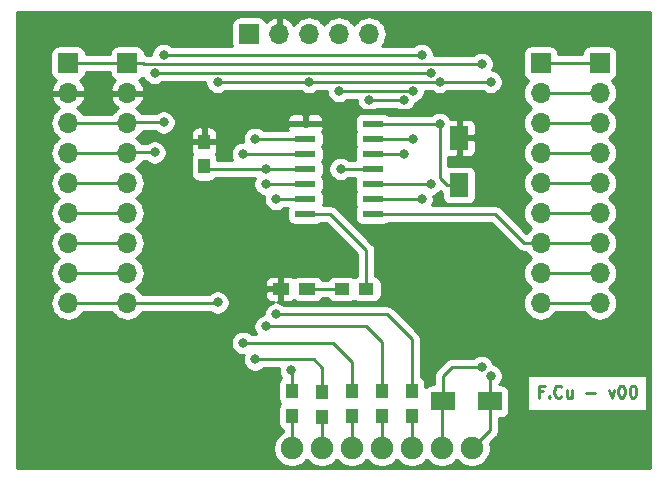
<source format=gbr>
G04 #@! TF.GenerationSoftware,KiCad,Pcbnew,(5.1.0)-1*
G04 #@! TF.CreationDate,2019-06-24T11:41:26+02:00*
G04 #@! TF.ProjectId,RF_433MHz_Receiver,52465f34-3333-44d4-987a-5f5265636569,00*
G04 #@! TF.SameCoordinates,Original*
G04 #@! TF.FileFunction,Copper,L1,Top*
G04 #@! TF.FilePolarity,Positive*
%FSLAX46Y46*%
G04 Gerber Fmt 4.6, Leading zero omitted, Abs format (unit mm)*
G04 Created by KiCad (PCBNEW (5.1.0)-1) date 2019-06-24 11:41:26*
%MOMM*%
%LPD*%
G04 APERTURE LIST*
%ADD10C,0.250000*%
%ADD11R,2.000000X1.600000*%
%ADD12R,1.600000X2.000000*%
%ADD13R,1.400000X1.000000*%
%ADD14R,1.800000X0.600000*%
%ADD15C,1.900000*%
%ADD16O,1.700000X1.700000*%
%ADD17R,1.700000X1.700000*%
%ADD18R,1.000000X1.300000*%
%ADD19R,1.300000X1.000000*%
%ADD20C,0.800000*%
%ADD21C,0.254000*%
G04 APERTURE END LIST*
D10*
X95202095Y-82800571D02*
X94868761Y-82800571D01*
X94868761Y-83324380D02*
X94868761Y-82324380D01*
X95344952Y-82324380D01*
X95725904Y-83229142D02*
X95773523Y-83276761D01*
X95725904Y-83324380D01*
X95678285Y-83276761D01*
X95725904Y-83229142D01*
X95725904Y-83324380D01*
X96773523Y-83229142D02*
X96725904Y-83276761D01*
X96583047Y-83324380D01*
X96487809Y-83324380D01*
X96344952Y-83276761D01*
X96249714Y-83181523D01*
X96202095Y-83086285D01*
X96154476Y-82895809D01*
X96154476Y-82752952D01*
X96202095Y-82562476D01*
X96249714Y-82467238D01*
X96344952Y-82372000D01*
X96487809Y-82324380D01*
X96583047Y-82324380D01*
X96725904Y-82372000D01*
X96773523Y-82419619D01*
X97630666Y-82657714D02*
X97630666Y-83324380D01*
X97202095Y-82657714D02*
X97202095Y-83181523D01*
X97249714Y-83276761D01*
X97344952Y-83324380D01*
X97487809Y-83324380D01*
X97583047Y-83276761D01*
X97630666Y-83229142D01*
X98868761Y-82943428D02*
X99630666Y-82943428D01*
X100773523Y-82657714D02*
X101011619Y-83324380D01*
X101249714Y-82657714D01*
X101821142Y-82324380D02*
X101916380Y-82324380D01*
X102011619Y-82372000D01*
X102059238Y-82419619D01*
X102106857Y-82514857D01*
X102154476Y-82705333D01*
X102154476Y-82943428D01*
X102106857Y-83133904D01*
X102059238Y-83229142D01*
X102011619Y-83276761D01*
X101916380Y-83324380D01*
X101821142Y-83324380D01*
X101725904Y-83276761D01*
X101678285Y-83229142D01*
X101630666Y-83133904D01*
X101583047Y-82943428D01*
X101583047Y-82705333D01*
X101630666Y-82514857D01*
X101678285Y-82419619D01*
X101725904Y-82372000D01*
X101821142Y-82324380D01*
X102773523Y-82324380D02*
X102868761Y-82324380D01*
X102964000Y-82372000D01*
X103011619Y-82419619D01*
X103059238Y-82514857D01*
X103106857Y-82705333D01*
X103106857Y-82943428D01*
X103059238Y-83133904D01*
X103011619Y-83229142D01*
X102964000Y-83276761D01*
X102868761Y-83324380D01*
X102773523Y-83324380D01*
X102678285Y-83276761D01*
X102630666Y-83229142D01*
X102583047Y-83133904D01*
X102535428Y-82943428D01*
X102535428Y-82705333D01*
X102583047Y-82514857D01*
X102630666Y-82419619D01*
X102678285Y-82372000D01*
X102773523Y-82324380D01*
D11*
X86735000Y-83655000D03*
X90735000Y-83655000D03*
D12*
X88100000Y-65335000D03*
X88100000Y-61335000D03*
D13*
X73005000Y-74130000D03*
X75255000Y-74130000D03*
D14*
X75090000Y-60160000D03*
X75090000Y-61430000D03*
X75090000Y-62700000D03*
X75090000Y-63970000D03*
X75090000Y-65240000D03*
X75090000Y-66510000D03*
X75090000Y-67780000D03*
X80790000Y-67780000D03*
X80790000Y-66510000D03*
X80790000Y-65240000D03*
X80790000Y-63970000D03*
X80790000Y-62700000D03*
X80790000Y-61430000D03*
X80790000Y-60160000D03*
D15*
X89185000Y-87634000D03*
X79025000Y-87634000D03*
X76485000Y-87634000D03*
X73945000Y-87634000D03*
X81565000Y-87634000D03*
X84105000Y-87634000D03*
X86645000Y-87634000D03*
D16*
X80480000Y-52540000D03*
X77940000Y-52540000D03*
X75400000Y-52540000D03*
X72860000Y-52540000D03*
D17*
X70320000Y-52540000D03*
D18*
X66510000Y-63750000D03*
X66510000Y-61650000D03*
X84105000Y-84874000D03*
X84105000Y-82774000D03*
X81565000Y-82774000D03*
X81565000Y-84874000D03*
X79025000Y-84874000D03*
X79025000Y-82774000D03*
X76485000Y-82854000D03*
X76485000Y-84954000D03*
X73945000Y-84874000D03*
X73945000Y-82774000D03*
D19*
X80260000Y-74130000D03*
X78160000Y-74130000D03*
D17*
X55000000Y-55000000D03*
D16*
X55000000Y-57540000D03*
X55000000Y-60080000D03*
X55000000Y-62620000D03*
X55000000Y-65160000D03*
X55000000Y-67700000D03*
X55000000Y-70240000D03*
X55000000Y-72780000D03*
X55000000Y-75320000D03*
X95000000Y-75320000D03*
X95000000Y-72780000D03*
X95000000Y-70240000D03*
X95000000Y-67700000D03*
X95000000Y-65160000D03*
X95000000Y-62620000D03*
X95000000Y-60080000D03*
X95000000Y-57540000D03*
D17*
X95000000Y-55000000D03*
D16*
X60000000Y-75320000D03*
X60000000Y-72780000D03*
X60000000Y-70240000D03*
X60000000Y-67700000D03*
X60000000Y-65160000D03*
X60000000Y-62620000D03*
X60000000Y-60080000D03*
X60000000Y-57540000D03*
D17*
X60000000Y-55000000D03*
X100000000Y-55000000D03*
D16*
X100000000Y-57540000D03*
X100000000Y-60080000D03*
X100000000Y-62620000D03*
X100000000Y-65160000D03*
X100000000Y-67700000D03*
X100000000Y-70240000D03*
X100000000Y-72780000D03*
X100000000Y-75320000D03*
D20*
X75400000Y-56604000D03*
X67653000Y-75273000D03*
X67653000Y-56604000D03*
X86449000Y-60160000D03*
X86449000Y-56604000D03*
X90767000Y-81496000D03*
X90767000Y-56604000D03*
X90005000Y-80734000D03*
X90005000Y-55080000D03*
X80480000Y-58128000D03*
X83401000Y-58128000D03*
X83401000Y-62700000D03*
X77940000Y-57366000D03*
X84163000Y-61430000D03*
X84163000Y-57366000D03*
X71717000Y-63970000D03*
X72606000Y-66510000D03*
X72606000Y-76289000D03*
X71717000Y-65240000D03*
X71717000Y-77305000D03*
X69812000Y-78702000D03*
X69812000Y-62700000D03*
X70828000Y-61430000D03*
X70828000Y-80099000D03*
X73876000Y-80988000D03*
X78067000Y-63970000D03*
X63081000Y-54318000D03*
X63081000Y-60033000D03*
X84925000Y-66510000D03*
X84925000Y-54318000D03*
X62319000Y-55842000D03*
X62319000Y-62573000D03*
X85687000Y-65240000D03*
X85687000Y-55842000D03*
X68415000Y-72860000D03*
X68415000Y-61684000D03*
X72860000Y-60160000D03*
D10*
X60000000Y-75320000D02*
X55000000Y-75320000D01*
X85306000Y-56604000D02*
X75400000Y-56604000D01*
X60000000Y-75320000D02*
X67606000Y-75320000D01*
X67606000Y-75320000D02*
X67653000Y-75273000D01*
X67653000Y-56604000D02*
X75400000Y-56604000D01*
X80790000Y-60160000D02*
X86449000Y-60160000D01*
X86449000Y-56604000D02*
X85306000Y-56604000D01*
X86449000Y-60160000D02*
X86449000Y-64732000D01*
X87052000Y-65335000D02*
X88100000Y-65335000D01*
X86449000Y-64732000D02*
X87052000Y-65335000D01*
X89878000Y-56604000D02*
X86449000Y-56604000D01*
X90735000Y-86084000D02*
X90735000Y-83655000D01*
X89185000Y-87634000D02*
X90735000Y-86084000D01*
X90735000Y-83655000D02*
X90735000Y-81528000D01*
X90735000Y-81528000D02*
X90767000Y-81496000D01*
X90767000Y-56604000D02*
X89878000Y-56604000D01*
X86645000Y-83844000D02*
X86665000Y-83824000D01*
X55000000Y-55000000D02*
X60000000Y-55000000D01*
X60000000Y-55000000D02*
X61350000Y-55000000D01*
X61350000Y-55000000D02*
X61430000Y-55080000D01*
X61430000Y-55080000D02*
X89624000Y-55080000D01*
X86645000Y-83745000D02*
X86735000Y-83655000D01*
X86645000Y-87634000D02*
X86645000Y-83745000D01*
X86735000Y-83655000D02*
X86735000Y-81972000D01*
X86735000Y-81972000D02*
X86735000Y-81464000D01*
X86735000Y-81464000D02*
X87465000Y-80734000D01*
X87465000Y-80734000D02*
X90005000Y-80734000D01*
X89624000Y-55080000D02*
X90005000Y-55080000D01*
X80480000Y-58128000D02*
X83401000Y-58128000D01*
X83401000Y-62700000D02*
X80790000Y-62700000D01*
X80790000Y-61430000D02*
X84163000Y-61430000D01*
X84163000Y-57366000D02*
X77940000Y-57366000D01*
X66730000Y-63970000D02*
X66510000Y-63750000D01*
X75090000Y-63970000D02*
X71717000Y-63970000D01*
X71717000Y-63970000D02*
X66730000Y-63970000D01*
X75090000Y-66510000D02*
X72606000Y-66510000D01*
X72606000Y-76289000D02*
X82004000Y-76289000D01*
X84105000Y-78390000D02*
X84105000Y-82774000D01*
X82004000Y-76289000D02*
X84105000Y-78390000D01*
X84105000Y-87634000D02*
X84105000Y-85254000D01*
X81565000Y-87634000D02*
X81565000Y-85254000D01*
X75090000Y-65240000D02*
X71717000Y-65240000D01*
X71717000Y-77305000D02*
X80226000Y-77305000D01*
X81565000Y-78644000D02*
X81565000Y-82774000D01*
X80226000Y-77305000D02*
X81565000Y-78644000D01*
X79025000Y-82774000D02*
X79025000Y-80295000D01*
X79025000Y-80295000D02*
X77432000Y-78702000D01*
X77432000Y-78702000D02*
X69812000Y-78702000D01*
X70377685Y-62700000D02*
X75090000Y-62700000D01*
X69812000Y-62700000D02*
X70377685Y-62700000D01*
X79025000Y-87634000D02*
X79025000Y-85254000D01*
X76485000Y-87634000D02*
X76485000Y-85254000D01*
X75090000Y-61430000D02*
X70828000Y-61430000D01*
X75781000Y-80099000D02*
X76485000Y-80803000D01*
X70828000Y-80099000D02*
X75781000Y-80099000D01*
X76485000Y-80803000D02*
X76485000Y-82854000D01*
X73945000Y-82774000D02*
X73945000Y-81057000D01*
X73945000Y-81057000D02*
X73876000Y-80988000D01*
X80790000Y-63970000D02*
X78067000Y-63970000D01*
X73945000Y-87634000D02*
X73945000Y-85174000D01*
X80260000Y-74130000D02*
X80260000Y-70862000D01*
X77178000Y-67780000D02*
X75090000Y-67780000D01*
X80260000Y-70862000D02*
X77178000Y-67780000D01*
X80790000Y-66510000D02*
X82258000Y-66510000D01*
X55000000Y-60080000D02*
X60000000Y-60080000D01*
X82258000Y-54318000D02*
X63081000Y-54318000D01*
X60047000Y-60033000D02*
X60000000Y-60080000D01*
X63081000Y-60033000D02*
X60047000Y-60033000D01*
X80790000Y-66510000D02*
X84925000Y-66510000D01*
X84925000Y-54318000D02*
X82258000Y-54318000D01*
X60000000Y-62620000D02*
X55000000Y-62620000D01*
X83020000Y-55842000D02*
X62319000Y-55842000D01*
X60047000Y-62573000D02*
X60000000Y-62620000D01*
X62319000Y-62573000D02*
X60047000Y-62573000D01*
X80790000Y-65240000D02*
X85687000Y-65240000D01*
X85687000Y-55842000D02*
X83020000Y-55842000D01*
X66510000Y-61650000D02*
X68381000Y-61650000D01*
X68381000Y-61650000D02*
X68415000Y-61684000D01*
X68415000Y-61684000D02*
X68415000Y-60795000D01*
X68415000Y-60795000D02*
X69050000Y-60160000D01*
X73005000Y-74130000D02*
X71209000Y-74130000D01*
X69939000Y-72860000D02*
X68415000Y-72860000D01*
X71209000Y-74130000D02*
X69939000Y-72860000D01*
X60000000Y-57540000D02*
X55000000Y-57540000D01*
X69050000Y-60160000D02*
X72860000Y-60160000D01*
X72860000Y-60160000D02*
X75090000Y-60160000D01*
X60000000Y-57540000D02*
X65287000Y-57540000D01*
X66510000Y-58763000D02*
X66510000Y-61650000D01*
X65287000Y-57540000D02*
X66510000Y-58763000D01*
X77559000Y-60160000D02*
X75090000Y-60160000D01*
X78702000Y-59017000D02*
X77559000Y-60160000D01*
X87465000Y-59017000D02*
X78702000Y-59017000D01*
X88100000Y-59652000D02*
X87465000Y-59017000D01*
X88100000Y-61335000D02*
X88100000Y-59652000D01*
X75255000Y-74130000D02*
X78160000Y-74130000D01*
X80790000Y-67780000D02*
X86068000Y-67780000D01*
X95000000Y-70240000D02*
X100000000Y-70240000D01*
X95000000Y-70240000D02*
X93608000Y-70240000D01*
X91148000Y-67780000D02*
X86068000Y-67780000D01*
X93608000Y-70240000D02*
X91148000Y-67780000D01*
X60000000Y-65160000D02*
X55000000Y-65160000D01*
X55000000Y-67700000D02*
X60000000Y-67700000D01*
X60000000Y-70240000D02*
X55000000Y-70240000D01*
X55000000Y-72780000D02*
X60000000Y-72780000D01*
X95000000Y-75320000D02*
X100000000Y-75320000D01*
X100000000Y-72780000D02*
X95000000Y-72780000D01*
X100000000Y-67700000D02*
X95000000Y-67700000D01*
X95000000Y-65160000D02*
X100000000Y-65160000D01*
X95000000Y-62620000D02*
X100000000Y-62620000D01*
X95000000Y-60080000D02*
X100000000Y-60080000D01*
X95000000Y-57540000D02*
X100000000Y-57540000D01*
X95000000Y-55000000D02*
X100000000Y-55000000D01*
D21*
G36*
X104290001Y-89290000D02*
G01*
X50710000Y-89290000D01*
X50710000Y-78600061D01*
X68777000Y-78600061D01*
X68777000Y-78803939D01*
X68816774Y-79003898D01*
X68894795Y-79192256D01*
X69008063Y-79361774D01*
X69152226Y-79505937D01*
X69321744Y-79619205D01*
X69510102Y-79697226D01*
X69710061Y-79737000D01*
X69857669Y-79737000D01*
X69832774Y-79797102D01*
X69793000Y-79997061D01*
X69793000Y-80200939D01*
X69832774Y-80400898D01*
X69910795Y-80589256D01*
X70024063Y-80758774D01*
X70168226Y-80902937D01*
X70337744Y-81016205D01*
X70526102Y-81094226D01*
X70726061Y-81134000D01*
X70929939Y-81134000D01*
X71129898Y-81094226D01*
X71318256Y-81016205D01*
X71487774Y-80902937D01*
X71531711Y-80859000D01*
X72846383Y-80859000D01*
X72841000Y-80886061D01*
X72841000Y-81089939D01*
X72880774Y-81289898D01*
X72958795Y-81478256D01*
X73055157Y-81622473D01*
X72993815Y-81672815D01*
X72914463Y-81769506D01*
X72855498Y-81879820D01*
X72819188Y-81999518D01*
X72806928Y-82124000D01*
X72806928Y-83424000D01*
X72819188Y-83548482D01*
X72855498Y-83668180D01*
X72914463Y-83778494D01*
X72951809Y-83824000D01*
X72914463Y-83869506D01*
X72855498Y-83979820D01*
X72819188Y-84099518D01*
X72806928Y-84224000D01*
X72806928Y-85524000D01*
X72819188Y-85648482D01*
X72855498Y-85768180D01*
X72914463Y-85878494D01*
X72993815Y-85975185D01*
X73090506Y-86054537D01*
X73185001Y-86105046D01*
X73185001Y-86235552D01*
X72934621Y-86402850D01*
X72713850Y-86623621D01*
X72540391Y-86883221D01*
X72420911Y-87171673D01*
X72360000Y-87477891D01*
X72360000Y-87790109D01*
X72420911Y-88096327D01*
X72540391Y-88384779D01*
X72713850Y-88644379D01*
X72934621Y-88865150D01*
X73194221Y-89038609D01*
X73482673Y-89158089D01*
X73788891Y-89219000D01*
X74101109Y-89219000D01*
X74407327Y-89158089D01*
X74695779Y-89038609D01*
X74955379Y-88865150D01*
X75176150Y-88644379D01*
X75215000Y-88586236D01*
X75253850Y-88644379D01*
X75474621Y-88865150D01*
X75734221Y-89038609D01*
X76022673Y-89158089D01*
X76328891Y-89219000D01*
X76641109Y-89219000D01*
X76947327Y-89158089D01*
X77235779Y-89038609D01*
X77495379Y-88865150D01*
X77716150Y-88644379D01*
X77755000Y-88586236D01*
X77793850Y-88644379D01*
X78014621Y-88865150D01*
X78274221Y-89038609D01*
X78562673Y-89158089D01*
X78868891Y-89219000D01*
X79181109Y-89219000D01*
X79487327Y-89158089D01*
X79775779Y-89038609D01*
X80035379Y-88865150D01*
X80256150Y-88644379D01*
X80295000Y-88586236D01*
X80333850Y-88644379D01*
X80554621Y-88865150D01*
X80814221Y-89038609D01*
X81102673Y-89158089D01*
X81408891Y-89219000D01*
X81721109Y-89219000D01*
X82027327Y-89158089D01*
X82315779Y-89038609D01*
X82575379Y-88865150D01*
X82796150Y-88644379D01*
X82835000Y-88586236D01*
X82873850Y-88644379D01*
X83094621Y-88865150D01*
X83354221Y-89038609D01*
X83642673Y-89158089D01*
X83948891Y-89219000D01*
X84261109Y-89219000D01*
X84567327Y-89158089D01*
X84855779Y-89038609D01*
X85115379Y-88865150D01*
X85336150Y-88644379D01*
X85375000Y-88586236D01*
X85413850Y-88644379D01*
X85634621Y-88865150D01*
X85894221Y-89038609D01*
X86182673Y-89158089D01*
X86488891Y-89219000D01*
X86801109Y-89219000D01*
X87107327Y-89158089D01*
X87395779Y-89038609D01*
X87655379Y-88865150D01*
X87876150Y-88644379D01*
X87915000Y-88586236D01*
X87953850Y-88644379D01*
X88174621Y-88865150D01*
X88434221Y-89038609D01*
X88722673Y-89158089D01*
X89028891Y-89219000D01*
X89341109Y-89219000D01*
X89647327Y-89158089D01*
X89935779Y-89038609D01*
X90195379Y-88865150D01*
X90416150Y-88644379D01*
X90589609Y-88384779D01*
X90709089Y-88096327D01*
X90770000Y-87790109D01*
X90770000Y-87477891D01*
X90711252Y-87182549D01*
X91246004Y-86647798D01*
X91275001Y-86624001D01*
X91301332Y-86591917D01*
X91369974Y-86508277D01*
X91440546Y-86376247D01*
X91440546Y-86376246D01*
X91484003Y-86232986D01*
X91495000Y-86121333D01*
X91495000Y-86121323D01*
X91498676Y-86084001D01*
X91495000Y-86046678D01*
X91495000Y-85093072D01*
X91735000Y-85093072D01*
X91859482Y-85080812D01*
X91979180Y-85044502D01*
X92089494Y-84985537D01*
X92186185Y-84906185D01*
X92265537Y-84809494D01*
X92324502Y-84699180D01*
X92360812Y-84579482D01*
X92373072Y-84455000D01*
X92373072Y-82855000D01*
X92360812Y-82730518D01*
X92324502Y-82610820D01*
X92265537Y-82500506D01*
X92186185Y-82403815D01*
X92089494Y-82324463D01*
X91979180Y-82265498D01*
X91859482Y-82229188D01*
X91735000Y-82216928D01*
X91509783Y-82216928D01*
X91570937Y-82155774D01*
X91684205Y-81986256D01*
X91762226Y-81797898D01*
X91802000Y-81597939D01*
X91802000Y-81454500D01*
X93870667Y-81454500D01*
X93870667Y-84474500D01*
X104057334Y-84474500D01*
X104057334Y-81454500D01*
X93870667Y-81454500D01*
X91802000Y-81454500D01*
X91802000Y-81394061D01*
X91762226Y-81194102D01*
X91684205Y-81005744D01*
X91570937Y-80836226D01*
X91426774Y-80692063D01*
X91257256Y-80578795D01*
X91068898Y-80500774D01*
X91011619Y-80489381D01*
X91000226Y-80432102D01*
X90922205Y-80243744D01*
X90808937Y-80074226D01*
X90664774Y-79930063D01*
X90495256Y-79816795D01*
X90306898Y-79738774D01*
X90106939Y-79699000D01*
X89903061Y-79699000D01*
X89703102Y-79738774D01*
X89514744Y-79816795D01*
X89345226Y-79930063D01*
X89301289Y-79974000D01*
X87502323Y-79974000D01*
X87465000Y-79970324D01*
X87427677Y-79974000D01*
X87427667Y-79974000D01*
X87316014Y-79984997D01*
X87172753Y-80028454D01*
X87040723Y-80099026D01*
X86983470Y-80146013D01*
X86924999Y-80193999D01*
X86901201Y-80222998D01*
X86223998Y-80900201D01*
X86195000Y-80923999D01*
X86100026Y-81039724D01*
X86029454Y-81171753D01*
X85985997Y-81315014D01*
X85975000Y-81426667D01*
X85975000Y-81426678D01*
X85971324Y-81464000D01*
X85975000Y-81501322D01*
X85975000Y-82009332D01*
X85975001Y-82009342D01*
X85975001Y-82216928D01*
X85735000Y-82216928D01*
X85610518Y-82229188D01*
X85490820Y-82265498D01*
X85380506Y-82324463D01*
X85283815Y-82403815D01*
X85243072Y-82453461D01*
X85243072Y-82124000D01*
X85230812Y-81999518D01*
X85194502Y-81879820D01*
X85135537Y-81769506D01*
X85056185Y-81672815D01*
X84959494Y-81593463D01*
X84865000Y-81542954D01*
X84865000Y-78427325D01*
X84868676Y-78390000D01*
X84865000Y-78352675D01*
X84865000Y-78352667D01*
X84854003Y-78241014D01*
X84810546Y-78097753D01*
X84739974Y-77965724D01*
X84645001Y-77849999D01*
X84616004Y-77826202D01*
X82567804Y-75778003D01*
X82544001Y-75748999D01*
X82428276Y-75654026D01*
X82296247Y-75583454D01*
X82152986Y-75539997D01*
X82041333Y-75529000D01*
X82041322Y-75529000D01*
X82004000Y-75525324D01*
X81966678Y-75529000D01*
X73309711Y-75529000D01*
X73265774Y-75485063D01*
X73096256Y-75371795D01*
X72907898Y-75293774D01*
X72726548Y-75257702D01*
X72878000Y-75106250D01*
X72878000Y-74257000D01*
X71828750Y-74257000D01*
X71670000Y-74415750D01*
X71666928Y-74630000D01*
X71679188Y-74754482D01*
X71715498Y-74874180D01*
X71774463Y-74984494D01*
X71853815Y-75081185D01*
X71950506Y-75160537D01*
X72060820Y-75219502D01*
X72180518Y-75255812D01*
X72305000Y-75268072D01*
X72438285Y-75267084D01*
X72304102Y-75293774D01*
X72115744Y-75371795D01*
X71946226Y-75485063D01*
X71802063Y-75629226D01*
X71688795Y-75798744D01*
X71610774Y-75987102D01*
X71571000Y-76187061D01*
X71571000Y-76278764D01*
X71415102Y-76309774D01*
X71226744Y-76387795D01*
X71057226Y-76501063D01*
X70913063Y-76645226D01*
X70799795Y-76814744D01*
X70721774Y-77003102D01*
X70682000Y-77203061D01*
X70682000Y-77406939D01*
X70721774Y-77606898D01*
X70799795Y-77795256D01*
X70897846Y-77942000D01*
X70515711Y-77942000D01*
X70471774Y-77898063D01*
X70302256Y-77784795D01*
X70113898Y-77706774D01*
X69913939Y-77667000D01*
X69710061Y-77667000D01*
X69510102Y-77706774D01*
X69321744Y-77784795D01*
X69152226Y-77898063D01*
X69008063Y-78042226D01*
X68894795Y-78211744D01*
X68816774Y-78400102D01*
X68777000Y-78600061D01*
X50710000Y-78600061D01*
X50710000Y-60080000D01*
X53507815Y-60080000D01*
X53536487Y-60371111D01*
X53621401Y-60651034D01*
X53759294Y-60909014D01*
X53944866Y-61135134D01*
X54170986Y-61320706D01*
X54225791Y-61350000D01*
X54170986Y-61379294D01*
X53944866Y-61564866D01*
X53759294Y-61790986D01*
X53621401Y-62048966D01*
X53536487Y-62328889D01*
X53507815Y-62620000D01*
X53536487Y-62911111D01*
X53621401Y-63191034D01*
X53759294Y-63449014D01*
X53944866Y-63675134D01*
X54170986Y-63860706D01*
X54225791Y-63890000D01*
X54170986Y-63919294D01*
X53944866Y-64104866D01*
X53759294Y-64330986D01*
X53621401Y-64588966D01*
X53536487Y-64868889D01*
X53507815Y-65160000D01*
X53536487Y-65451111D01*
X53621401Y-65731034D01*
X53759294Y-65989014D01*
X53944866Y-66215134D01*
X54170986Y-66400706D01*
X54225791Y-66430000D01*
X54170986Y-66459294D01*
X53944866Y-66644866D01*
X53759294Y-66870986D01*
X53621401Y-67128966D01*
X53536487Y-67408889D01*
X53507815Y-67700000D01*
X53536487Y-67991111D01*
X53621401Y-68271034D01*
X53759294Y-68529014D01*
X53944866Y-68755134D01*
X54170986Y-68940706D01*
X54225791Y-68970000D01*
X54170986Y-68999294D01*
X53944866Y-69184866D01*
X53759294Y-69410986D01*
X53621401Y-69668966D01*
X53536487Y-69948889D01*
X53507815Y-70240000D01*
X53536487Y-70531111D01*
X53621401Y-70811034D01*
X53759294Y-71069014D01*
X53944866Y-71295134D01*
X54170986Y-71480706D01*
X54225791Y-71510000D01*
X54170986Y-71539294D01*
X53944866Y-71724866D01*
X53759294Y-71950986D01*
X53621401Y-72208966D01*
X53536487Y-72488889D01*
X53507815Y-72780000D01*
X53536487Y-73071111D01*
X53621401Y-73351034D01*
X53759294Y-73609014D01*
X53944866Y-73835134D01*
X54170986Y-74020706D01*
X54225791Y-74050000D01*
X54170986Y-74079294D01*
X53944866Y-74264866D01*
X53759294Y-74490986D01*
X53621401Y-74748966D01*
X53536487Y-75028889D01*
X53507815Y-75320000D01*
X53536487Y-75611111D01*
X53621401Y-75891034D01*
X53759294Y-76149014D01*
X53944866Y-76375134D01*
X54170986Y-76560706D01*
X54428966Y-76698599D01*
X54708889Y-76783513D01*
X54927050Y-76805000D01*
X55072950Y-76805000D01*
X55291111Y-76783513D01*
X55571034Y-76698599D01*
X55829014Y-76560706D01*
X56055134Y-76375134D01*
X56240706Y-76149014D01*
X56277595Y-76080000D01*
X58722405Y-76080000D01*
X58759294Y-76149014D01*
X58944866Y-76375134D01*
X59170986Y-76560706D01*
X59428966Y-76698599D01*
X59708889Y-76783513D01*
X59927050Y-76805000D01*
X60072950Y-76805000D01*
X60291111Y-76783513D01*
X60571034Y-76698599D01*
X60829014Y-76560706D01*
X61055134Y-76375134D01*
X61240706Y-76149014D01*
X61277595Y-76080000D01*
X66997810Y-76080000D01*
X67162744Y-76190205D01*
X67351102Y-76268226D01*
X67551061Y-76308000D01*
X67754939Y-76308000D01*
X67954898Y-76268226D01*
X68143256Y-76190205D01*
X68312774Y-76076937D01*
X68456937Y-75932774D01*
X68570205Y-75763256D01*
X68648226Y-75574898D01*
X68688000Y-75374939D01*
X68688000Y-75171061D01*
X68648226Y-74971102D01*
X68570205Y-74782744D01*
X68456937Y-74613226D01*
X68312774Y-74469063D01*
X68143256Y-74355795D01*
X67954898Y-74277774D01*
X67754939Y-74238000D01*
X67551061Y-74238000D01*
X67351102Y-74277774D01*
X67162744Y-74355795D01*
X66993226Y-74469063D01*
X66902289Y-74560000D01*
X61277595Y-74560000D01*
X61240706Y-74490986D01*
X61055134Y-74264866D01*
X60829014Y-74079294D01*
X60774209Y-74050000D01*
X60829014Y-74020706D01*
X61055134Y-73835134D01*
X61223483Y-73630000D01*
X71666928Y-73630000D01*
X71670000Y-73844250D01*
X71828750Y-74003000D01*
X72878000Y-74003000D01*
X72878000Y-73153750D01*
X72719250Y-72995000D01*
X72305000Y-72991928D01*
X72180518Y-73004188D01*
X72060820Y-73040498D01*
X71950506Y-73099463D01*
X71853815Y-73178815D01*
X71774463Y-73275506D01*
X71715498Y-73385820D01*
X71679188Y-73505518D01*
X71666928Y-73630000D01*
X61223483Y-73630000D01*
X61240706Y-73609014D01*
X61378599Y-73351034D01*
X61463513Y-73071111D01*
X61492185Y-72780000D01*
X61463513Y-72488889D01*
X61378599Y-72208966D01*
X61240706Y-71950986D01*
X61055134Y-71724866D01*
X60829014Y-71539294D01*
X60774209Y-71510000D01*
X60829014Y-71480706D01*
X61055134Y-71295134D01*
X61240706Y-71069014D01*
X61378599Y-70811034D01*
X61463513Y-70531111D01*
X61492185Y-70240000D01*
X61463513Y-69948889D01*
X61378599Y-69668966D01*
X61240706Y-69410986D01*
X61055134Y-69184866D01*
X60829014Y-68999294D01*
X60774209Y-68970000D01*
X60829014Y-68940706D01*
X61055134Y-68755134D01*
X61240706Y-68529014D01*
X61378599Y-68271034D01*
X61463513Y-67991111D01*
X61492185Y-67700000D01*
X61463513Y-67408889D01*
X61378599Y-67128966D01*
X61240706Y-66870986D01*
X61055134Y-66644866D01*
X60829014Y-66459294D01*
X60774209Y-66430000D01*
X60829014Y-66400706D01*
X61055134Y-66215134D01*
X61240706Y-65989014D01*
X61378599Y-65731034D01*
X61463513Y-65451111D01*
X61492185Y-65160000D01*
X61463513Y-64868889D01*
X61378599Y-64588966D01*
X61240706Y-64330986D01*
X61055134Y-64104866D01*
X60829014Y-63919294D01*
X60774209Y-63890000D01*
X60829014Y-63860706D01*
X61055134Y-63675134D01*
X61240706Y-63449014D01*
X61302717Y-63333000D01*
X61615289Y-63333000D01*
X61659226Y-63376937D01*
X61828744Y-63490205D01*
X62017102Y-63568226D01*
X62217061Y-63608000D01*
X62420939Y-63608000D01*
X62620898Y-63568226D01*
X62809256Y-63490205D01*
X62978774Y-63376937D01*
X63122937Y-63232774D01*
X63236205Y-63063256D01*
X63314226Y-62874898D01*
X63354000Y-62674939D01*
X63354000Y-62471061D01*
X63319975Y-62300000D01*
X65371928Y-62300000D01*
X65384188Y-62424482D01*
X65420498Y-62544180D01*
X65479463Y-62654494D01*
X65516809Y-62700000D01*
X65479463Y-62745506D01*
X65420498Y-62855820D01*
X65384188Y-62975518D01*
X65371928Y-63100000D01*
X65371928Y-64400000D01*
X65384188Y-64524482D01*
X65420498Y-64644180D01*
X65479463Y-64754494D01*
X65558815Y-64851185D01*
X65655506Y-64930537D01*
X65765820Y-64989502D01*
X65885518Y-65025812D01*
X66010000Y-65038072D01*
X67010000Y-65038072D01*
X67134482Y-65025812D01*
X67254180Y-64989502D01*
X67364494Y-64930537D01*
X67461185Y-64851185D01*
X67540537Y-64754494D01*
X67553630Y-64730000D01*
X70812987Y-64730000D01*
X70799795Y-64749744D01*
X70721774Y-64938102D01*
X70682000Y-65138061D01*
X70682000Y-65341939D01*
X70721774Y-65541898D01*
X70799795Y-65730256D01*
X70913063Y-65899774D01*
X71057226Y-66043937D01*
X71226744Y-66157205D01*
X71415102Y-66235226D01*
X71598137Y-66271634D01*
X71571000Y-66408061D01*
X71571000Y-66611939D01*
X71610774Y-66811898D01*
X71688795Y-67000256D01*
X71802063Y-67169774D01*
X71946226Y-67313937D01*
X72115744Y-67427205D01*
X72304102Y-67505226D01*
X72504061Y-67545000D01*
X72707939Y-67545000D01*
X72907898Y-67505226D01*
X73096256Y-67427205D01*
X73265774Y-67313937D01*
X73309711Y-67270000D01*
X73590130Y-67270000D01*
X73564188Y-67355518D01*
X73551928Y-67480000D01*
X73551928Y-68080000D01*
X73564188Y-68204482D01*
X73600498Y-68324180D01*
X73659463Y-68434494D01*
X73738815Y-68531185D01*
X73835506Y-68610537D01*
X73945820Y-68669502D01*
X74065518Y-68705812D01*
X74190000Y-68718072D01*
X75990000Y-68718072D01*
X76114482Y-68705812D01*
X76234180Y-68669502D01*
X76344494Y-68610537D01*
X76430444Y-68540000D01*
X76863199Y-68540000D01*
X79500001Y-71176803D01*
X79500000Y-73002762D01*
X79485518Y-73004188D01*
X79365820Y-73040498D01*
X79255506Y-73099463D01*
X79210000Y-73136809D01*
X79164494Y-73099463D01*
X79054180Y-73040498D01*
X78934482Y-73004188D01*
X78810000Y-72991928D01*
X77510000Y-72991928D01*
X77385518Y-73004188D01*
X77265820Y-73040498D01*
X77155506Y-73099463D01*
X77058815Y-73178815D01*
X76979463Y-73275506D01*
X76928954Y-73370000D01*
X76536046Y-73370000D01*
X76485537Y-73275506D01*
X76406185Y-73178815D01*
X76309494Y-73099463D01*
X76199180Y-73040498D01*
X76079482Y-73004188D01*
X75955000Y-72991928D01*
X74555000Y-72991928D01*
X74430518Y-73004188D01*
X74310820Y-73040498D01*
X74200506Y-73099463D01*
X74130000Y-73157326D01*
X74059494Y-73099463D01*
X73949180Y-73040498D01*
X73829482Y-73004188D01*
X73705000Y-72991928D01*
X73290750Y-72995000D01*
X73132000Y-73153750D01*
X73132000Y-74003000D01*
X73152000Y-74003000D01*
X73152000Y-74257000D01*
X73132000Y-74257000D01*
X73132000Y-75106250D01*
X73290750Y-75265000D01*
X73705000Y-75268072D01*
X73829482Y-75255812D01*
X73949180Y-75219502D01*
X74059494Y-75160537D01*
X74130000Y-75102674D01*
X74200506Y-75160537D01*
X74310820Y-75219502D01*
X74430518Y-75255812D01*
X74555000Y-75268072D01*
X75955000Y-75268072D01*
X76079482Y-75255812D01*
X76199180Y-75219502D01*
X76309494Y-75160537D01*
X76406185Y-75081185D01*
X76485537Y-74984494D01*
X76536046Y-74890000D01*
X76928954Y-74890000D01*
X76979463Y-74984494D01*
X77058815Y-75081185D01*
X77155506Y-75160537D01*
X77265820Y-75219502D01*
X77385518Y-75255812D01*
X77510000Y-75268072D01*
X78810000Y-75268072D01*
X78934482Y-75255812D01*
X79054180Y-75219502D01*
X79164494Y-75160537D01*
X79210000Y-75123191D01*
X79255506Y-75160537D01*
X79365820Y-75219502D01*
X79485518Y-75255812D01*
X79610000Y-75268072D01*
X80910000Y-75268072D01*
X81034482Y-75255812D01*
X81154180Y-75219502D01*
X81264494Y-75160537D01*
X81361185Y-75081185D01*
X81440537Y-74984494D01*
X81499502Y-74874180D01*
X81535812Y-74754482D01*
X81548072Y-74630000D01*
X81548072Y-73630000D01*
X81535812Y-73505518D01*
X81499502Y-73385820D01*
X81440537Y-73275506D01*
X81361185Y-73178815D01*
X81264494Y-73099463D01*
X81154180Y-73040498D01*
X81034482Y-73004188D01*
X81020000Y-73002762D01*
X81020000Y-70899322D01*
X81023676Y-70861999D01*
X81020000Y-70824676D01*
X81020000Y-70824667D01*
X81009003Y-70713014D01*
X80965546Y-70569753D01*
X80894974Y-70437724D01*
X80800001Y-70321999D01*
X80771003Y-70298201D01*
X77741804Y-67269003D01*
X77718001Y-67239999D01*
X77602276Y-67145026D01*
X77470247Y-67074454D01*
X77326986Y-67030997D01*
X77215333Y-67020000D01*
X77215322Y-67020000D01*
X77178000Y-67016324D01*
X77140678Y-67020000D01*
X76589870Y-67020000D01*
X76615812Y-66934482D01*
X76628072Y-66810000D01*
X76628072Y-66210000D01*
X76615812Y-66085518D01*
X76579502Y-65965820D01*
X76530957Y-65875000D01*
X76579502Y-65784180D01*
X76615812Y-65664482D01*
X76628072Y-65540000D01*
X76628072Y-64940000D01*
X76615812Y-64815518D01*
X76579502Y-64695820D01*
X76530957Y-64605000D01*
X76579502Y-64514180D01*
X76615812Y-64394482D01*
X76628072Y-64270000D01*
X76628072Y-63868061D01*
X77032000Y-63868061D01*
X77032000Y-64071939D01*
X77071774Y-64271898D01*
X77149795Y-64460256D01*
X77263063Y-64629774D01*
X77407226Y-64773937D01*
X77576744Y-64887205D01*
X77765102Y-64965226D01*
X77965061Y-65005000D01*
X78168939Y-65005000D01*
X78368898Y-64965226D01*
X78557256Y-64887205D01*
X78726774Y-64773937D01*
X78770711Y-64730000D01*
X79290130Y-64730000D01*
X79264188Y-64815518D01*
X79251928Y-64940000D01*
X79251928Y-65540000D01*
X79264188Y-65664482D01*
X79300498Y-65784180D01*
X79349043Y-65875000D01*
X79300498Y-65965820D01*
X79264188Y-66085518D01*
X79251928Y-66210000D01*
X79251928Y-66810000D01*
X79264188Y-66934482D01*
X79300498Y-67054180D01*
X79349043Y-67145000D01*
X79300498Y-67235820D01*
X79264188Y-67355518D01*
X79251928Y-67480000D01*
X79251928Y-68080000D01*
X79264188Y-68204482D01*
X79300498Y-68324180D01*
X79359463Y-68434494D01*
X79438815Y-68531185D01*
X79535506Y-68610537D01*
X79645820Y-68669502D01*
X79765518Y-68705812D01*
X79890000Y-68718072D01*
X81690000Y-68718072D01*
X81814482Y-68705812D01*
X81934180Y-68669502D01*
X82044494Y-68610537D01*
X82130444Y-68540000D01*
X90833199Y-68540000D01*
X93044201Y-70751003D01*
X93067999Y-70780001D01*
X93183724Y-70874974D01*
X93315753Y-70945546D01*
X93459014Y-70989003D01*
X93570667Y-71000000D01*
X93570676Y-71000000D01*
X93607999Y-71003676D01*
X93645322Y-71000000D01*
X93722405Y-71000000D01*
X93759294Y-71069014D01*
X93944866Y-71295134D01*
X94170986Y-71480706D01*
X94225791Y-71510000D01*
X94170986Y-71539294D01*
X93944866Y-71724866D01*
X93759294Y-71950986D01*
X93621401Y-72208966D01*
X93536487Y-72488889D01*
X93507815Y-72780000D01*
X93536487Y-73071111D01*
X93621401Y-73351034D01*
X93759294Y-73609014D01*
X93944866Y-73835134D01*
X94170986Y-74020706D01*
X94225791Y-74050000D01*
X94170986Y-74079294D01*
X93944866Y-74264866D01*
X93759294Y-74490986D01*
X93621401Y-74748966D01*
X93536487Y-75028889D01*
X93507815Y-75320000D01*
X93536487Y-75611111D01*
X93621401Y-75891034D01*
X93759294Y-76149014D01*
X93944866Y-76375134D01*
X94170986Y-76560706D01*
X94428966Y-76698599D01*
X94708889Y-76783513D01*
X94927050Y-76805000D01*
X95072950Y-76805000D01*
X95291111Y-76783513D01*
X95571034Y-76698599D01*
X95829014Y-76560706D01*
X96055134Y-76375134D01*
X96240706Y-76149014D01*
X96277595Y-76080000D01*
X98722405Y-76080000D01*
X98759294Y-76149014D01*
X98944866Y-76375134D01*
X99170986Y-76560706D01*
X99428966Y-76698599D01*
X99708889Y-76783513D01*
X99927050Y-76805000D01*
X100072950Y-76805000D01*
X100291111Y-76783513D01*
X100571034Y-76698599D01*
X100829014Y-76560706D01*
X101055134Y-76375134D01*
X101240706Y-76149014D01*
X101378599Y-75891034D01*
X101463513Y-75611111D01*
X101492185Y-75320000D01*
X101463513Y-75028889D01*
X101378599Y-74748966D01*
X101240706Y-74490986D01*
X101055134Y-74264866D01*
X100829014Y-74079294D01*
X100774209Y-74050000D01*
X100829014Y-74020706D01*
X101055134Y-73835134D01*
X101240706Y-73609014D01*
X101378599Y-73351034D01*
X101463513Y-73071111D01*
X101492185Y-72780000D01*
X101463513Y-72488889D01*
X101378599Y-72208966D01*
X101240706Y-71950986D01*
X101055134Y-71724866D01*
X100829014Y-71539294D01*
X100774209Y-71510000D01*
X100829014Y-71480706D01*
X101055134Y-71295134D01*
X101240706Y-71069014D01*
X101378599Y-70811034D01*
X101463513Y-70531111D01*
X101492185Y-70240000D01*
X101463513Y-69948889D01*
X101378599Y-69668966D01*
X101240706Y-69410986D01*
X101055134Y-69184866D01*
X100829014Y-68999294D01*
X100774209Y-68970000D01*
X100829014Y-68940706D01*
X101055134Y-68755134D01*
X101240706Y-68529014D01*
X101378599Y-68271034D01*
X101463513Y-67991111D01*
X101492185Y-67700000D01*
X101463513Y-67408889D01*
X101378599Y-67128966D01*
X101240706Y-66870986D01*
X101055134Y-66644866D01*
X100829014Y-66459294D01*
X100774209Y-66430000D01*
X100829014Y-66400706D01*
X101055134Y-66215134D01*
X101240706Y-65989014D01*
X101378599Y-65731034D01*
X101463513Y-65451111D01*
X101492185Y-65160000D01*
X101463513Y-64868889D01*
X101378599Y-64588966D01*
X101240706Y-64330986D01*
X101055134Y-64104866D01*
X100829014Y-63919294D01*
X100774209Y-63890000D01*
X100829014Y-63860706D01*
X101055134Y-63675134D01*
X101240706Y-63449014D01*
X101378599Y-63191034D01*
X101463513Y-62911111D01*
X101492185Y-62620000D01*
X101463513Y-62328889D01*
X101378599Y-62048966D01*
X101240706Y-61790986D01*
X101055134Y-61564866D01*
X100829014Y-61379294D01*
X100774209Y-61350000D01*
X100829014Y-61320706D01*
X101055134Y-61135134D01*
X101240706Y-60909014D01*
X101378599Y-60651034D01*
X101463513Y-60371111D01*
X101492185Y-60080000D01*
X101463513Y-59788889D01*
X101378599Y-59508966D01*
X101240706Y-59250986D01*
X101055134Y-59024866D01*
X100829014Y-58839294D01*
X100774209Y-58810000D01*
X100829014Y-58780706D01*
X101055134Y-58595134D01*
X101240706Y-58369014D01*
X101378599Y-58111034D01*
X101463513Y-57831111D01*
X101492185Y-57540000D01*
X101463513Y-57248889D01*
X101378599Y-56968966D01*
X101240706Y-56710986D01*
X101055134Y-56484866D01*
X101025313Y-56460393D01*
X101094180Y-56439502D01*
X101204494Y-56380537D01*
X101301185Y-56301185D01*
X101380537Y-56204494D01*
X101439502Y-56094180D01*
X101475812Y-55974482D01*
X101488072Y-55850000D01*
X101488072Y-54150000D01*
X101475812Y-54025518D01*
X101439502Y-53905820D01*
X101380537Y-53795506D01*
X101301185Y-53698815D01*
X101204494Y-53619463D01*
X101094180Y-53560498D01*
X100974482Y-53524188D01*
X100850000Y-53511928D01*
X99150000Y-53511928D01*
X99025518Y-53524188D01*
X98905820Y-53560498D01*
X98795506Y-53619463D01*
X98698815Y-53698815D01*
X98619463Y-53795506D01*
X98560498Y-53905820D01*
X98524188Y-54025518D01*
X98511928Y-54150000D01*
X98511928Y-54240000D01*
X96488072Y-54240000D01*
X96488072Y-54150000D01*
X96475812Y-54025518D01*
X96439502Y-53905820D01*
X96380537Y-53795506D01*
X96301185Y-53698815D01*
X96204494Y-53619463D01*
X96094180Y-53560498D01*
X95974482Y-53524188D01*
X95850000Y-53511928D01*
X94150000Y-53511928D01*
X94025518Y-53524188D01*
X93905820Y-53560498D01*
X93795506Y-53619463D01*
X93698815Y-53698815D01*
X93619463Y-53795506D01*
X93560498Y-53905820D01*
X93524188Y-54025518D01*
X93511928Y-54150000D01*
X93511928Y-55850000D01*
X93524188Y-55974482D01*
X93560498Y-56094180D01*
X93619463Y-56204494D01*
X93698815Y-56301185D01*
X93795506Y-56380537D01*
X93905820Y-56439502D01*
X93974687Y-56460393D01*
X93944866Y-56484866D01*
X93759294Y-56710986D01*
X93621401Y-56968966D01*
X93536487Y-57248889D01*
X93507815Y-57540000D01*
X93536487Y-57831111D01*
X93621401Y-58111034D01*
X93759294Y-58369014D01*
X93944866Y-58595134D01*
X94170986Y-58780706D01*
X94225791Y-58810000D01*
X94170986Y-58839294D01*
X93944866Y-59024866D01*
X93759294Y-59250986D01*
X93621401Y-59508966D01*
X93536487Y-59788889D01*
X93507815Y-60080000D01*
X93536487Y-60371111D01*
X93621401Y-60651034D01*
X93759294Y-60909014D01*
X93944866Y-61135134D01*
X94170986Y-61320706D01*
X94225791Y-61350000D01*
X94170986Y-61379294D01*
X93944866Y-61564866D01*
X93759294Y-61790986D01*
X93621401Y-62048966D01*
X93536487Y-62328889D01*
X93507815Y-62620000D01*
X93536487Y-62911111D01*
X93621401Y-63191034D01*
X93759294Y-63449014D01*
X93944866Y-63675134D01*
X94170986Y-63860706D01*
X94225791Y-63890000D01*
X94170986Y-63919294D01*
X93944866Y-64104866D01*
X93759294Y-64330986D01*
X93621401Y-64588966D01*
X93536487Y-64868889D01*
X93507815Y-65160000D01*
X93536487Y-65451111D01*
X93621401Y-65731034D01*
X93759294Y-65989014D01*
X93944866Y-66215134D01*
X94170986Y-66400706D01*
X94225791Y-66430000D01*
X94170986Y-66459294D01*
X93944866Y-66644866D01*
X93759294Y-66870986D01*
X93621401Y-67128966D01*
X93536487Y-67408889D01*
X93507815Y-67700000D01*
X93536487Y-67991111D01*
X93621401Y-68271034D01*
X93759294Y-68529014D01*
X93944866Y-68755134D01*
X94170986Y-68940706D01*
X94225791Y-68970000D01*
X94170986Y-68999294D01*
X93944866Y-69184866D01*
X93801888Y-69359086D01*
X91711804Y-67269003D01*
X91688001Y-67239999D01*
X91572276Y-67145026D01*
X91440247Y-67074454D01*
X91296986Y-67030997D01*
X91185333Y-67020000D01*
X91185322Y-67020000D01*
X91148000Y-67016324D01*
X91110678Y-67020000D01*
X85829013Y-67020000D01*
X85842205Y-67000256D01*
X85920226Y-66811898D01*
X85960000Y-66611939D01*
X85960000Y-66408061D01*
X85928030Y-66247333D01*
X85988898Y-66235226D01*
X86177256Y-66157205D01*
X86346774Y-66043937D01*
X86490937Y-65899774D01*
X86509513Y-65871972D01*
X86511999Y-65875001D01*
X86627724Y-65969974D01*
X86661928Y-65988257D01*
X86661928Y-66335000D01*
X86674188Y-66459482D01*
X86710498Y-66579180D01*
X86769463Y-66689494D01*
X86848815Y-66786185D01*
X86945506Y-66865537D01*
X87055820Y-66924502D01*
X87175518Y-66960812D01*
X87300000Y-66973072D01*
X88900000Y-66973072D01*
X89024482Y-66960812D01*
X89144180Y-66924502D01*
X89254494Y-66865537D01*
X89351185Y-66786185D01*
X89430537Y-66689494D01*
X89489502Y-66579180D01*
X89525812Y-66459482D01*
X89538072Y-66335000D01*
X89538072Y-64335000D01*
X89525812Y-64210518D01*
X89489502Y-64090820D01*
X89430537Y-63980506D01*
X89351185Y-63883815D01*
X89254494Y-63804463D01*
X89144180Y-63745498D01*
X89024482Y-63709188D01*
X88900000Y-63696928D01*
X87300000Y-63696928D01*
X87209000Y-63705890D01*
X87209000Y-62964110D01*
X87300000Y-62973072D01*
X87814250Y-62970000D01*
X87973000Y-62811250D01*
X87973000Y-61462000D01*
X88227000Y-61462000D01*
X88227000Y-62811250D01*
X88385750Y-62970000D01*
X88900000Y-62973072D01*
X89024482Y-62960812D01*
X89144180Y-62924502D01*
X89254494Y-62865537D01*
X89351185Y-62786185D01*
X89430537Y-62689494D01*
X89489502Y-62579180D01*
X89525812Y-62459482D01*
X89538072Y-62335000D01*
X89535000Y-61620750D01*
X89376250Y-61462000D01*
X88227000Y-61462000D01*
X87973000Y-61462000D01*
X87953000Y-61462000D01*
X87953000Y-61208000D01*
X87973000Y-61208000D01*
X87973000Y-59858750D01*
X88227000Y-59858750D01*
X88227000Y-61208000D01*
X89376250Y-61208000D01*
X89535000Y-61049250D01*
X89538072Y-60335000D01*
X89525812Y-60210518D01*
X89489502Y-60090820D01*
X89430537Y-59980506D01*
X89351185Y-59883815D01*
X89254494Y-59804463D01*
X89144180Y-59745498D01*
X89024482Y-59709188D01*
X88900000Y-59696928D01*
X88385750Y-59700000D01*
X88227000Y-59858750D01*
X87973000Y-59858750D01*
X87814250Y-59700000D01*
X87377657Y-59697392D01*
X87366205Y-59669744D01*
X87252937Y-59500226D01*
X87108774Y-59356063D01*
X86939256Y-59242795D01*
X86750898Y-59164774D01*
X86550939Y-59125000D01*
X86347061Y-59125000D01*
X86147102Y-59164774D01*
X85958744Y-59242795D01*
X85789226Y-59356063D01*
X85745289Y-59400000D01*
X82130444Y-59400000D01*
X82044494Y-59329463D01*
X81934180Y-59270498D01*
X81814482Y-59234188D01*
X81690000Y-59221928D01*
X79890000Y-59221928D01*
X79765518Y-59234188D01*
X79645820Y-59270498D01*
X79535506Y-59329463D01*
X79438815Y-59408815D01*
X79359463Y-59505506D01*
X79300498Y-59615820D01*
X79264188Y-59735518D01*
X79251928Y-59860000D01*
X79251928Y-60460000D01*
X79264188Y-60584482D01*
X79300498Y-60704180D01*
X79349043Y-60795000D01*
X79300498Y-60885820D01*
X79264188Y-61005518D01*
X79251928Y-61130000D01*
X79251928Y-61730000D01*
X79264188Y-61854482D01*
X79300498Y-61974180D01*
X79349043Y-62065000D01*
X79300498Y-62155820D01*
X79264188Y-62275518D01*
X79251928Y-62400000D01*
X79251928Y-63000000D01*
X79264188Y-63124482D01*
X79290130Y-63210000D01*
X78770711Y-63210000D01*
X78726774Y-63166063D01*
X78557256Y-63052795D01*
X78368898Y-62974774D01*
X78168939Y-62935000D01*
X77965061Y-62935000D01*
X77765102Y-62974774D01*
X77576744Y-63052795D01*
X77407226Y-63166063D01*
X77263063Y-63310226D01*
X77149795Y-63479744D01*
X77071774Y-63668102D01*
X77032000Y-63868061D01*
X76628072Y-63868061D01*
X76628072Y-63670000D01*
X76615812Y-63545518D01*
X76579502Y-63425820D01*
X76530957Y-63335000D01*
X76579502Y-63244180D01*
X76615812Y-63124482D01*
X76628072Y-63000000D01*
X76628072Y-62400000D01*
X76615812Y-62275518D01*
X76579502Y-62155820D01*
X76530957Y-62065000D01*
X76579502Y-61974180D01*
X76615812Y-61854482D01*
X76628072Y-61730000D01*
X76628072Y-61130000D01*
X76615812Y-61005518D01*
X76579502Y-60885820D01*
X76530957Y-60795000D01*
X76579502Y-60704180D01*
X76615812Y-60584482D01*
X76628072Y-60460000D01*
X76625000Y-60445750D01*
X76466250Y-60287000D01*
X75217000Y-60287000D01*
X75217000Y-60307000D01*
X74963000Y-60307000D01*
X74963000Y-60287000D01*
X73713750Y-60287000D01*
X73555000Y-60445750D01*
X73551928Y-60460000D01*
X73564188Y-60584482D01*
X73590130Y-60670000D01*
X71531711Y-60670000D01*
X71487774Y-60626063D01*
X71318256Y-60512795D01*
X71129898Y-60434774D01*
X70929939Y-60395000D01*
X70726061Y-60395000D01*
X70526102Y-60434774D01*
X70337744Y-60512795D01*
X70168226Y-60626063D01*
X70024063Y-60770226D01*
X69910795Y-60939744D01*
X69832774Y-61128102D01*
X69793000Y-61328061D01*
X69793000Y-61531939D01*
X69819467Y-61665000D01*
X69710061Y-61665000D01*
X69510102Y-61704774D01*
X69321744Y-61782795D01*
X69152226Y-61896063D01*
X69008063Y-62040226D01*
X68894795Y-62209744D01*
X68816774Y-62398102D01*
X68777000Y-62598061D01*
X68777000Y-62801939D01*
X68816774Y-63001898D01*
X68894795Y-63190256D01*
X68907987Y-63210000D01*
X67648072Y-63210000D01*
X67648072Y-63100000D01*
X67635812Y-62975518D01*
X67599502Y-62855820D01*
X67540537Y-62745506D01*
X67503191Y-62700000D01*
X67540537Y-62654494D01*
X67599502Y-62544180D01*
X67635812Y-62424482D01*
X67648072Y-62300000D01*
X67645000Y-61935750D01*
X67486250Y-61777000D01*
X66637000Y-61777000D01*
X66637000Y-61797000D01*
X66383000Y-61797000D01*
X66383000Y-61777000D01*
X65533750Y-61777000D01*
X65375000Y-61935750D01*
X65371928Y-62300000D01*
X63319975Y-62300000D01*
X63314226Y-62271102D01*
X63236205Y-62082744D01*
X63122937Y-61913226D01*
X62978774Y-61769063D01*
X62809256Y-61655795D01*
X62620898Y-61577774D01*
X62420939Y-61538000D01*
X62217061Y-61538000D01*
X62017102Y-61577774D01*
X61828744Y-61655795D01*
X61659226Y-61769063D01*
X61615289Y-61813000D01*
X61252473Y-61813000D01*
X61240706Y-61790986D01*
X61055134Y-61564866D01*
X60829014Y-61379294D01*
X60774209Y-61350000D01*
X60829014Y-61320706D01*
X61055134Y-61135134D01*
X61240706Y-60909014D01*
X61302717Y-60793000D01*
X62377289Y-60793000D01*
X62421226Y-60836937D01*
X62590744Y-60950205D01*
X62779102Y-61028226D01*
X62979061Y-61068000D01*
X63182939Y-61068000D01*
X63382898Y-61028226D01*
X63451041Y-61000000D01*
X65371928Y-61000000D01*
X65375000Y-61364250D01*
X65533750Y-61523000D01*
X66383000Y-61523000D01*
X66383000Y-60523750D01*
X66637000Y-60523750D01*
X66637000Y-61523000D01*
X67486250Y-61523000D01*
X67645000Y-61364250D01*
X67648072Y-61000000D01*
X67635812Y-60875518D01*
X67599502Y-60755820D01*
X67540537Y-60645506D01*
X67461185Y-60548815D01*
X67364494Y-60469463D01*
X67254180Y-60410498D01*
X67134482Y-60374188D01*
X67010000Y-60361928D01*
X66795750Y-60365000D01*
X66637000Y-60523750D01*
X66383000Y-60523750D01*
X66224250Y-60365000D01*
X66010000Y-60361928D01*
X65885518Y-60374188D01*
X65765820Y-60410498D01*
X65655506Y-60469463D01*
X65558815Y-60548815D01*
X65479463Y-60645506D01*
X65420498Y-60755820D01*
X65384188Y-60875518D01*
X65371928Y-61000000D01*
X63451041Y-61000000D01*
X63571256Y-60950205D01*
X63740774Y-60836937D01*
X63884937Y-60692774D01*
X63998205Y-60523256D01*
X64076226Y-60334898D01*
X64116000Y-60134939D01*
X64116000Y-59931061D01*
X64101866Y-59860000D01*
X73551928Y-59860000D01*
X73555000Y-59874250D01*
X73713750Y-60033000D01*
X74963000Y-60033000D01*
X74963000Y-59383750D01*
X75217000Y-59383750D01*
X75217000Y-60033000D01*
X76466250Y-60033000D01*
X76625000Y-59874250D01*
X76628072Y-59860000D01*
X76615812Y-59735518D01*
X76579502Y-59615820D01*
X76520537Y-59505506D01*
X76441185Y-59408815D01*
X76344494Y-59329463D01*
X76234180Y-59270498D01*
X76114482Y-59234188D01*
X75990000Y-59221928D01*
X75375750Y-59225000D01*
X75217000Y-59383750D01*
X74963000Y-59383750D01*
X74804250Y-59225000D01*
X74190000Y-59221928D01*
X74065518Y-59234188D01*
X73945820Y-59270498D01*
X73835506Y-59329463D01*
X73738815Y-59408815D01*
X73659463Y-59505506D01*
X73600498Y-59615820D01*
X73564188Y-59735518D01*
X73551928Y-59860000D01*
X64101866Y-59860000D01*
X64076226Y-59731102D01*
X63998205Y-59542744D01*
X63884937Y-59373226D01*
X63740774Y-59229063D01*
X63571256Y-59115795D01*
X63382898Y-59037774D01*
X63182939Y-58998000D01*
X62979061Y-58998000D01*
X62779102Y-59037774D01*
X62590744Y-59115795D01*
X62421226Y-59229063D01*
X62377289Y-59273000D01*
X61252473Y-59273000D01*
X61240706Y-59250986D01*
X61055134Y-59024866D01*
X60829014Y-58839294D01*
X60764477Y-58804799D01*
X60881355Y-58735178D01*
X61097588Y-58540269D01*
X61271641Y-58306920D01*
X61396825Y-58044099D01*
X61441476Y-57896890D01*
X61320155Y-57667000D01*
X60127000Y-57667000D01*
X60127000Y-57687000D01*
X59873000Y-57687000D01*
X59873000Y-57667000D01*
X58679845Y-57667000D01*
X58558524Y-57896890D01*
X58603175Y-58044099D01*
X58728359Y-58306920D01*
X58902412Y-58540269D01*
X59118645Y-58735178D01*
X59235523Y-58804799D01*
X59170986Y-58839294D01*
X58944866Y-59024866D01*
X58759294Y-59250986D01*
X58722405Y-59320000D01*
X56277595Y-59320000D01*
X56240706Y-59250986D01*
X56055134Y-59024866D01*
X55829014Y-58839294D01*
X55764477Y-58804799D01*
X55881355Y-58735178D01*
X56097588Y-58540269D01*
X56271641Y-58306920D01*
X56396825Y-58044099D01*
X56441476Y-57896890D01*
X56320155Y-57667000D01*
X55127000Y-57667000D01*
X55127000Y-57687000D01*
X54873000Y-57687000D01*
X54873000Y-57667000D01*
X53679845Y-57667000D01*
X53558524Y-57896890D01*
X53603175Y-58044099D01*
X53728359Y-58306920D01*
X53902412Y-58540269D01*
X54118645Y-58735178D01*
X54235523Y-58804799D01*
X54170986Y-58839294D01*
X53944866Y-59024866D01*
X53759294Y-59250986D01*
X53621401Y-59508966D01*
X53536487Y-59788889D01*
X53507815Y-60080000D01*
X50710000Y-60080000D01*
X50710000Y-54150000D01*
X53511928Y-54150000D01*
X53511928Y-55850000D01*
X53524188Y-55974482D01*
X53560498Y-56094180D01*
X53619463Y-56204494D01*
X53698815Y-56301185D01*
X53795506Y-56380537D01*
X53905820Y-56439502D01*
X53986466Y-56463966D01*
X53902412Y-56539731D01*
X53728359Y-56773080D01*
X53603175Y-57035901D01*
X53558524Y-57183110D01*
X53679845Y-57413000D01*
X54873000Y-57413000D01*
X54873000Y-57393000D01*
X55127000Y-57393000D01*
X55127000Y-57413000D01*
X56320155Y-57413000D01*
X56441476Y-57183110D01*
X56396825Y-57035901D01*
X56271641Y-56773080D01*
X56097588Y-56539731D01*
X56013534Y-56463966D01*
X56094180Y-56439502D01*
X56204494Y-56380537D01*
X56301185Y-56301185D01*
X56380537Y-56204494D01*
X56439502Y-56094180D01*
X56475812Y-55974482D01*
X56488072Y-55850000D01*
X56488072Y-55760000D01*
X58511928Y-55760000D01*
X58511928Y-55850000D01*
X58524188Y-55974482D01*
X58560498Y-56094180D01*
X58619463Y-56204494D01*
X58698815Y-56301185D01*
X58795506Y-56380537D01*
X58905820Y-56439502D01*
X58986466Y-56463966D01*
X58902412Y-56539731D01*
X58728359Y-56773080D01*
X58603175Y-57035901D01*
X58558524Y-57183110D01*
X58679845Y-57413000D01*
X59873000Y-57413000D01*
X59873000Y-57393000D01*
X60127000Y-57393000D01*
X60127000Y-57413000D01*
X61320155Y-57413000D01*
X61441476Y-57183110D01*
X61396825Y-57035901D01*
X61271641Y-56773080D01*
X61097588Y-56539731D01*
X61013534Y-56463966D01*
X61094180Y-56439502D01*
X61204494Y-56380537D01*
X61301185Y-56301185D01*
X61359495Y-56230134D01*
X61401795Y-56332256D01*
X61515063Y-56501774D01*
X61659226Y-56645937D01*
X61828744Y-56759205D01*
X62017102Y-56837226D01*
X62217061Y-56877000D01*
X62420939Y-56877000D01*
X62620898Y-56837226D01*
X62809256Y-56759205D01*
X62978774Y-56645937D01*
X63022711Y-56602000D01*
X66618000Y-56602000D01*
X66618000Y-56705939D01*
X66657774Y-56905898D01*
X66735795Y-57094256D01*
X66849063Y-57263774D01*
X66993226Y-57407937D01*
X67162744Y-57521205D01*
X67351102Y-57599226D01*
X67551061Y-57639000D01*
X67754939Y-57639000D01*
X67954898Y-57599226D01*
X68143256Y-57521205D01*
X68312774Y-57407937D01*
X68356711Y-57364000D01*
X74696289Y-57364000D01*
X74740226Y-57407937D01*
X74909744Y-57521205D01*
X75098102Y-57599226D01*
X75298061Y-57639000D01*
X75501939Y-57639000D01*
X75701898Y-57599226D01*
X75890256Y-57521205D01*
X76059774Y-57407937D01*
X76103711Y-57364000D01*
X76905000Y-57364000D01*
X76905000Y-57467939D01*
X76944774Y-57667898D01*
X77022795Y-57856256D01*
X77136063Y-58025774D01*
X77280226Y-58169937D01*
X77449744Y-58283205D01*
X77638102Y-58361226D01*
X77838061Y-58401000D01*
X78041939Y-58401000D01*
X78241898Y-58361226D01*
X78430256Y-58283205D01*
X78599774Y-58169937D01*
X78643711Y-58126000D01*
X79445000Y-58126000D01*
X79445000Y-58229939D01*
X79484774Y-58429898D01*
X79562795Y-58618256D01*
X79676063Y-58787774D01*
X79820226Y-58931937D01*
X79989744Y-59045205D01*
X80178102Y-59123226D01*
X80378061Y-59163000D01*
X80581939Y-59163000D01*
X80781898Y-59123226D01*
X80970256Y-59045205D01*
X81139774Y-58931937D01*
X81183711Y-58888000D01*
X82697289Y-58888000D01*
X82741226Y-58931937D01*
X82910744Y-59045205D01*
X83099102Y-59123226D01*
X83299061Y-59163000D01*
X83502939Y-59163000D01*
X83702898Y-59123226D01*
X83891256Y-59045205D01*
X84060774Y-58931937D01*
X84204937Y-58787774D01*
X84318205Y-58618256D01*
X84396226Y-58429898D01*
X84407619Y-58372619D01*
X84464898Y-58361226D01*
X84653256Y-58283205D01*
X84822774Y-58169937D01*
X84966937Y-58025774D01*
X85080205Y-57856256D01*
X85158226Y-57667898D01*
X85198000Y-57467939D01*
X85198000Y-57364000D01*
X85745289Y-57364000D01*
X85789226Y-57407937D01*
X85958744Y-57521205D01*
X86147102Y-57599226D01*
X86347061Y-57639000D01*
X86550939Y-57639000D01*
X86750898Y-57599226D01*
X86939256Y-57521205D01*
X87108774Y-57407937D01*
X87152711Y-57364000D01*
X90063289Y-57364000D01*
X90107226Y-57407937D01*
X90276744Y-57521205D01*
X90465102Y-57599226D01*
X90665061Y-57639000D01*
X90868939Y-57639000D01*
X91068898Y-57599226D01*
X91257256Y-57521205D01*
X91426774Y-57407937D01*
X91570937Y-57263774D01*
X91684205Y-57094256D01*
X91762226Y-56905898D01*
X91802000Y-56705939D01*
X91802000Y-56502061D01*
X91762226Y-56302102D01*
X91684205Y-56113744D01*
X91570937Y-55944226D01*
X91426774Y-55800063D01*
X91257256Y-55686795D01*
X91068898Y-55608774D01*
X90916697Y-55578500D01*
X90922205Y-55570256D01*
X91000226Y-55381898D01*
X91040000Y-55181939D01*
X91040000Y-54978061D01*
X91000226Y-54778102D01*
X90922205Y-54589744D01*
X90808937Y-54420226D01*
X90664774Y-54276063D01*
X90495256Y-54162795D01*
X90306898Y-54084774D01*
X90106939Y-54045000D01*
X89903061Y-54045000D01*
X89703102Y-54084774D01*
X89514744Y-54162795D01*
X89345226Y-54276063D01*
X89301289Y-54320000D01*
X85960000Y-54320000D01*
X85960000Y-54216061D01*
X85920226Y-54016102D01*
X85842205Y-53827744D01*
X85728937Y-53658226D01*
X85584774Y-53514063D01*
X85415256Y-53400795D01*
X85226898Y-53322774D01*
X85026939Y-53283000D01*
X84823061Y-53283000D01*
X84623102Y-53322774D01*
X84434744Y-53400795D01*
X84265226Y-53514063D01*
X84221289Y-53558000D01*
X81565609Y-53558000D01*
X81720706Y-53369014D01*
X81858599Y-53111034D01*
X81943513Y-52831111D01*
X81972185Y-52540000D01*
X81943513Y-52248889D01*
X81858599Y-51968966D01*
X81720706Y-51710986D01*
X81535134Y-51484866D01*
X81309014Y-51299294D01*
X81051034Y-51161401D01*
X80771111Y-51076487D01*
X80552950Y-51055000D01*
X80407050Y-51055000D01*
X80188889Y-51076487D01*
X79908966Y-51161401D01*
X79650986Y-51299294D01*
X79424866Y-51484866D01*
X79239294Y-51710986D01*
X79210000Y-51765791D01*
X79180706Y-51710986D01*
X78995134Y-51484866D01*
X78769014Y-51299294D01*
X78511034Y-51161401D01*
X78231111Y-51076487D01*
X78012950Y-51055000D01*
X77867050Y-51055000D01*
X77648889Y-51076487D01*
X77368966Y-51161401D01*
X77110986Y-51299294D01*
X76884866Y-51484866D01*
X76699294Y-51710986D01*
X76670000Y-51765791D01*
X76640706Y-51710986D01*
X76455134Y-51484866D01*
X76229014Y-51299294D01*
X75971034Y-51161401D01*
X75691111Y-51076487D01*
X75472950Y-51055000D01*
X75327050Y-51055000D01*
X75108889Y-51076487D01*
X74828966Y-51161401D01*
X74570986Y-51299294D01*
X74344866Y-51484866D01*
X74159294Y-51710986D01*
X74124799Y-51775523D01*
X74055178Y-51658645D01*
X73860269Y-51442412D01*
X73626920Y-51268359D01*
X73364099Y-51143175D01*
X73216890Y-51098524D01*
X72987000Y-51219845D01*
X72987000Y-52413000D01*
X73007000Y-52413000D01*
X73007000Y-52667000D01*
X72987000Y-52667000D01*
X72987000Y-52687000D01*
X72733000Y-52687000D01*
X72733000Y-52667000D01*
X72713000Y-52667000D01*
X72713000Y-52413000D01*
X72733000Y-52413000D01*
X72733000Y-51219845D01*
X72503110Y-51098524D01*
X72355901Y-51143175D01*
X72093080Y-51268359D01*
X71859731Y-51442412D01*
X71783966Y-51526466D01*
X71759502Y-51445820D01*
X71700537Y-51335506D01*
X71621185Y-51238815D01*
X71524494Y-51159463D01*
X71414180Y-51100498D01*
X71294482Y-51064188D01*
X71170000Y-51051928D01*
X69470000Y-51051928D01*
X69345518Y-51064188D01*
X69225820Y-51100498D01*
X69115506Y-51159463D01*
X69018815Y-51238815D01*
X68939463Y-51335506D01*
X68880498Y-51445820D01*
X68844188Y-51565518D01*
X68831928Y-51690000D01*
X68831928Y-53390000D01*
X68844188Y-53514482D01*
X68857389Y-53558000D01*
X63784711Y-53558000D01*
X63740774Y-53514063D01*
X63571256Y-53400795D01*
X63382898Y-53322774D01*
X63182939Y-53283000D01*
X62979061Y-53283000D01*
X62779102Y-53322774D01*
X62590744Y-53400795D01*
X62421226Y-53514063D01*
X62277063Y-53658226D01*
X62163795Y-53827744D01*
X62085774Y-54016102D01*
X62046000Y-54216061D01*
X62046000Y-54320000D01*
X61690040Y-54320000D01*
X61642247Y-54294454D01*
X61498986Y-54250997D01*
X61488072Y-54249922D01*
X61488072Y-54150000D01*
X61475812Y-54025518D01*
X61439502Y-53905820D01*
X61380537Y-53795506D01*
X61301185Y-53698815D01*
X61204494Y-53619463D01*
X61094180Y-53560498D01*
X60974482Y-53524188D01*
X60850000Y-53511928D01*
X59150000Y-53511928D01*
X59025518Y-53524188D01*
X58905820Y-53560498D01*
X58795506Y-53619463D01*
X58698815Y-53698815D01*
X58619463Y-53795506D01*
X58560498Y-53905820D01*
X58524188Y-54025518D01*
X58511928Y-54150000D01*
X58511928Y-54240000D01*
X56488072Y-54240000D01*
X56488072Y-54150000D01*
X56475812Y-54025518D01*
X56439502Y-53905820D01*
X56380537Y-53795506D01*
X56301185Y-53698815D01*
X56204494Y-53619463D01*
X56094180Y-53560498D01*
X55974482Y-53524188D01*
X55850000Y-53511928D01*
X54150000Y-53511928D01*
X54025518Y-53524188D01*
X53905820Y-53560498D01*
X53795506Y-53619463D01*
X53698815Y-53698815D01*
X53619463Y-53795506D01*
X53560498Y-53905820D01*
X53524188Y-54025518D01*
X53511928Y-54150000D01*
X50710000Y-54150000D01*
X50710000Y-50710000D01*
X104290000Y-50710000D01*
X104290001Y-89290000D01*
X104290001Y-89290000D01*
G37*
X104290001Y-89290000D02*
X50710000Y-89290000D01*
X50710000Y-78600061D01*
X68777000Y-78600061D01*
X68777000Y-78803939D01*
X68816774Y-79003898D01*
X68894795Y-79192256D01*
X69008063Y-79361774D01*
X69152226Y-79505937D01*
X69321744Y-79619205D01*
X69510102Y-79697226D01*
X69710061Y-79737000D01*
X69857669Y-79737000D01*
X69832774Y-79797102D01*
X69793000Y-79997061D01*
X69793000Y-80200939D01*
X69832774Y-80400898D01*
X69910795Y-80589256D01*
X70024063Y-80758774D01*
X70168226Y-80902937D01*
X70337744Y-81016205D01*
X70526102Y-81094226D01*
X70726061Y-81134000D01*
X70929939Y-81134000D01*
X71129898Y-81094226D01*
X71318256Y-81016205D01*
X71487774Y-80902937D01*
X71531711Y-80859000D01*
X72846383Y-80859000D01*
X72841000Y-80886061D01*
X72841000Y-81089939D01*
X72880774Y-81289898D01*
X72958795Y-81478256D01*
X73055157Y-81622473D01*
X72993815Y-81672815D01*
X72914463Y-81769506D01*
X72855498Y-81879820D01*
X72819188Y-81999518D01*
X72806928Y-82124000D01*
X72806928Y-83424000D01*
X72819188Y-83548482D01*
X72855498Y-83668180D01*
X72914463Y-83778494D01*
X72951809Y-83824000D01*
X72914463Y-83869506D01*
X72855498Y-83979820D01*
X72819188Y-84099518D01*
X72806928Y-84224000D01*
X72806928Y-85524000D01*
X72819188Y-85648482D01*
X72855498Y-85768180D01*
X72914463Y-85878494D01*
X72993815Y-85975185D01*
X73090506Y-86054537D01*
X73185001Y-86105046D01*
X73185001Y-86235552D01*
X72934621Y-86402850D01*
X72713850Y-86623621D01*
X72540391Y-86883221D01*
X72420911Y-87171673D01*
X72360000Y-87477891D01*
X72360000Y-87790109D01*
X72420911Y-88096327D01*
X72540391Y-88384779D01*
X72713850Y-88644379D01*
X72934621Y-88865150D01*
X73194221Y-89038609D01*
X73482673Y-89158089D01*
X73788891Y-89219000D01*
X74101109Y-89219000D01*
X74407327Y-89158089D01*
X74695779Y-89038609D01*
X74955379Y-88865150D01*
X75176150Y-88644379D01*
X75215000Y-88586236D01*
X75253850Y-88644379D01*
X75474621Y-88865150D01*
X75734221Y-89038609D01*
X76022673Y-89158089D01*
X76328891Y-89219000D01*
X76641109Y-89219000D01*
X76947327Y-89158089D01*
X77235779Y-89038609D01*
X77495379Y-88865150D01*
X77716150Y-88644379D01*
X77755000Y-88586236D01*
X77793850Y-88644379D01*
X78014621Y-88865150D01*
X78274221Y-89038609D01*
X78562673Y-89158089D01*
X78868891Y-89219000D01*
X79181109Y-89219000D01*
X79487327Y-89158089D01*
X79775779Y-89038609D01*
X80035379Y-88865150D01*
X80256150Y-88644379D01*
X80295000Y-88586236D01*
X80333850Y-88644379D01*
X80554621Y-88865150D01*
X80814221Y-89038609D01*
X81102673Y-89158089D01*
X81408891Y-89219000D01*
X81721109Y-89219000D01*
X82027327Y-89158089D01*
X82315779Y-89038609D01*
X82575379Y-88865150D01*
X82796150Y-88644379D01*
X82835000Y-88586236D01*
X82873850Y-88644379D01*
X83094621Y-88865150D01*
X83354221Y-89038609D01*
X83642673Y-89158089D01*
X83948891Y-89219000D01*
X84261109Y-89219000D01*
X84567327Y-89158089D01*
X84855779Y-89038609D01*
X85115379Y-88865150D01*
X85336150Y-88644379D01*
X85375000Y-88586236D01*
X85413850Y-88644379D01*
X85634621Y-88865150D01*
X85894221Y-89038609D01*
X86182673Y-89158089D01*
X86488891Y-89219000D01*
X86801109Y-89219000D01*
X87107327Y-89158089D01*
X87395779Y-89038609D01*
X87655379Y-88865150D01*
X87876150Y-88644379D01*
X87915000Y-88586236D01*
X87953850Y-88644379D01*
X88174621Y-88865150D01*
X88434221Y-89038609D01*
X88722673Y-89158089D01*
X89028891Y-89219000D01*
X89341109Y-89219000D01*
X89647327Y-89158089D01*
X89935779Y-89038609D01*
X90195379Y-88865150D01*
X90416150Y-88644379D01*
X90589609Y-88384779D01*
X90709089Y-88096327D01*
X90770000Y-87790109D01*
X90770000Y-87477891D01*
X90711252Y-87182549D01*
X91246004Y-86647798D01*
X91275001Y-86624001D01*
X91301332Y-86591917D01*
X91369974Y-86508277D01*
X91440546Y-86376247D01*
X91440546Y-86376246D01*
X91484003Y-86232986D01*
X91495000Y-86121333D01*
X91495000Y-86121323D01*
X91498676Y-86084001D01*
X91495000Y-86046678D01*
X91495000Y-85093072D01*
X91735000Y-85093072D01*
X91859482Y-85080812D01*
X91979180Y-85044502D01*
X92089494Y-84985537D01*
X92186185Y-84906185D01*
X92265537Y-84809494D01*
X92324502Y-84699180D01*
X92360812Y-84579482D01*
X92373072Y-84455000D01*
X92373072Y-82855000D01*
X92360812Y-82730518D01*
X92324502Y-82610820D01*
X92265537Y-82500506D01*
X92186185Y-82403815D01*
X92089494Y-82324463D01*
X91979180Y-82265498D01*
X91859482Y-82229188D01*
X91735000Y-82216928D01*
X91509783Y-82216928D01*
X91570937Y-82155774D01*
X91684205Y-81986256D01*
X91762226Y-81797898D01*
X91802000Y-81597939D01*
X91802000Y-81454500D01*
X93870667Y-81454500D01*
X93870667Y-84474500D01*
X104057334Y-84474500D01*
X104057334Y-81454500D01*
X93870667Y-81454500D01*
X91802000Y-81454500D01*
X91802000Y-81394061D01*
X91762226Y-81194102D01*
X91684205Y-81005744D01*
X91570937Y-80836226D01*
X91426774Y-80692063D01*
X91257256Y-80578795D01*
X91068898Y-80500774D01*
X91011619Y-80489381D01*
X91000226Y-80432102D01*
X90922205Y-80243744D01*
X90808937Y-80074226D01*
X90664774Y-79930063D01*
X90495256Y-79816795D01*
X90306898Y-79738774D01*
X90106939Y-79699000D01*
X89903061Y-79699000D01*
X89703102Y-79738774D01*
X89514744Y-79816795D01*
X89345226Y-79930063D01*
X89301289Y-79974000D01*
X87502323Y-79974000D01*
X87465000Y-79970324D01*
X87427677Y-79974000D01*
X87427667Y-79974000D01*
X87316014Y-79984997D01*
X87172753Y-80028454D01*
X87040723Y-80099026D01*
X86983470Y-80146013D01*
X86924999Y-80193999D01*
X86901201Y-80222998D01*
X86223998Y-80900201D01*
X86195000Y-80923999D01*
X86100026Y-81039724D01*
X86029454Y-81171753D01*
X85985997Y-81315014D01*
X85975000Y-81426667D01*
X85975000Y-81426678D01*
X85971324Y-81464000D01*
X85975000Y-81501322D01*
X85975000Y-82009332D01*
X85975001Y-82009342D01*
X85975001Y-82216928D01*
X85735000Y-82216928D01*
X85610518Y-82229188D01*
X85490820Y-82265498D01*
X85380506Y-82324463D01*
X85283815Y-82403815D01*
X85243072Y-82453461D01*
X85243072Y-82124000D01*
X85230812Y-81999518D01*
X85194502Y-81879820D01*
X85135537Y-81769506D01*
X85056185Y-81672815D01*
X84959494Y-81593463D01*
X84865000Y-81542954D01*
X84865000Y-78427325D01*
X84868676Y-78390000D01*
X84865000Y-78352675D01*
X84865000Y-78352667D01*
X84854003Y-78241014D01*
X84810546Y-78097753D01*
X84739974Y-77965724D01*
X84645001Y-77849999D01*
X84616004Y-77826202D01*
X82567804Y-75778003D01*
X82544001Y-75748999D01*
X82428276Y-75654026D01*
X82296247Y-75583454D01*
X82152986Y-75539997D01*
X82041333Y-75529000D01*
X82041322Y-75529000D01*
X82004000Y-75525324D01*
X81966678Y-75529000D01*
X73309711Y-75529000D01*
X73265774Y-75485063D01*
X73096256Y-75371795D01*
X72907898Y-75293774D01*
X72726548Y-75257702D01*
X72878000Y-75106250D01*
X72878000Y-74257000D01*
X71828750Y-74257000D01*
X71670000Y-74415750D01*
X71666928Y-74630000D01*
X71679188Y-74754482D01*
X71715498Y-74874180D01*
X71774463Y-74984494D01*
X71853815Y-75081185D01*
X71950506Y-75160537D01*
X72060820Y-75219502D01*
X72180518Y-75255812D01*
X72305000Y-75268072D01*
X72438285Y-75267084D01*
X72304102Y-75293774D01*
X72115744Y-75371795D01*
X71946226Y-75485063D01*
X71802063Y-75629226D01*
X71688795Y-75798744D01*
X71610774Y-75987102D01*
X71571000Y-76187061D01*
X71571000Y-76278764D01*
X71415102Y-76309774D01*
X71226744Y-76387795D01*
X71057226Y-76501063D01*
X70913063Y-76645226D01*
X70799795Y-76814744D01*
X70721774Y-77003102D01*
X70682000Y-77203061D01*
X70682000Y-77406939D01*
X70721774Y-77606898D01*
X70799795Y-77795256D01*
X70897846Y-77942000D01*
X70515711Y-77942000D01*
X70471774Y-77898063D01*
X70302256Y-77784795D01*
X70113898Y-77706774D01*
X69913939Y-77667000D01*
X69710061Y-77667000D01*
X69510102Y-77706774D01*
X69321744Y-77784795D01*
X69152226Y-77898063D01*
X69008063Y-78042226D01*
X68894795Y-78211744D01*
X68816774Y-78400102D01*
X68777000Y-78600061D01*
X50710000Y-78600061D01*
X50710000Y-60080000D01*
X53507815Y-60080000D01*
X53536487Y-60371111D01*
X53621401Y-60651034D01*
X53759294Y-60909014D01*
X53944866Y-61135134D01*
X54170986Y-61320706D01*
X54225791Y-61350000D01*
X54170986Y-61379294D01*
X53944866Y-61564866D01*
X53759294Y-61790986D01*
X53621401Y-62048966D01*
X53536487Y-62328889D01*
X53507815Y-62620000D01*
X53536487Y-62911111D01*
X53621401Y-63191034D01*
X53759294Y-63449014D01*
X53944866Y-63675134D01*
X54170986Y-63860706D01*
X54225791Y-63890000D01*
X54170986Y-63919294D01*
X53944866Y-64104866D01*
X53759294Y-64330986D01*
X53621401Y-64588966D01*
X53536487Y-64868889D01*
X53507815Y-65160000D01*
X53536487Y-65451111D01*
X53621401Y-65731034D01*
X53759294Y-65989014D01*
X53944866Y-66215134D01*
X54170986Y-66400706D01*
X54225791Y-66430000D01*
X54170986Y-66459294D01*
X53944866Y-66644866D01*
X53759294Y-66870986D01*
X53621401Y-67128966D01*
X53536487Y-67408889D01*
X53507815Y-67700000D01*
X53536487Y-67991111D01*
X53621401Y-68271034D01*
X53759294Y-68529014D01*
X53944866Y-68755134D01*
X54170986Y-68940706D01*
X54225791Y-68970000D01*
X54170986Y-68999294D01*
X53944866Y-69184866D01*
X53759294Y-69410986D01*
X53621401Y-69668966D01*
X53536487Y-69948889D01*
X53507815Y-70240000D01*
X53536487Y-70531111D01*
X53621401Y-70811034D01*
X53759294Y-71069014D01*
X53944866Y-71295134D01*
X54170986Y-71480706D01*
X54225791Y-71510000D01*
X54170986Y-71539294D01*
X53944866Y-71724866D01*
X53759294Y-71950986D01*
X53621401Y-72208966D01*
X53536487Y-72488889D01*
X53507815Y-72780000D01*
X53536487Y-73071111D01*
X53621401Y-73351034D01*
X53759294Y-73609014D01*
X53944866Y-73835134D01*
X54170986Y-74020706D01*
X54225791Y-74050000D01*
X54170986Y-74079294D01*
X53944866Y-74264866D01*
X53759294Y-74490986D01*
X53621401Y-74748966D01*
X53536487Y-75028889D01*
X53507815Y-75320000D01*
X53536487Y-75611111D01*
X53621401Y-75891034D01*
X53759294Y-76149014D01*
X53944866Y-76375134D01*
X54170986Y-76560706D01*
X54428966Y-76698599D01*
X54708889Y-76783513D01*
X54927050Y-76805000D01*
X55072950Y-76805000D01*
X55291111Y-76783513D01*
X55571034Y-76698599D01*
X55829014Y-76560706D01*
X56055134Y-76375134D01*
X56240706Y-76149014D01*
X56277595Y-76080000D01*
X58722405Y-76080000D01*
X58759294Y-76149014D01*
X58944866Y-76375134D01*
X59170986Y-76560706D01*
X59428966Y-76698599D01*
X59708889Y-76783513D01*
X59927050Y-76805000D01*
X60072950Y-76805000D01*
X60291111Y-76783513D01*
X60571034Y-76698599D01*
X60829014Y-76560706D01*
X61055134Y-76375134D01*
X61240706Y-76149014D01*
X61277595Y-76080000D01*
X66997810Y-76080000D01*
X67162744Y-76190205D01*
X67351102Y-76268226D01*
X67551061Y-76308000D01*
X67754939Y-76308000D01*
X67954898Y-76268226D01*
X68143256Y-76190205D01*
X68312774Y-76076937D01*
X68456937Y-75932774D01*
X68570205Y-75763256D01*
X68648226Y-75574898D01*
X68688000Y-75374939D01*
X68688000Y-75171061D01*
X68648226Y-74971102D01*
X68570205Y-74782744D01*
X68456937Y-74613226D01*
X68312774Y-74469063D01*
X68143256Y-74355795D01*
X67954898Y-74277774D01*
X67754939Y-74238000D01*
X67551061Y-74238000D01*
X67351102Y-74277774D01*
X67162744Y-74355795D01*
X66993226Y-74469063D01*
X66902289Y-74560000D01*
X61277595Y-74560000D01*
X61240706Y-74490986D01*
X61055134Y-74264866D01*
X60829014Y-74079294D01*
X60774209Y-74050000D01*
X60829014Y-74020706D01*
X61055134Y-73835134D01*
X61223483Y-73630000D01*
X71666928Y-73630000D01*
X71670000Y-73844250D01*
X71828750Y-74003000D01*
X72878000Y-74003000D01*
X72878000Y-73153750D01*
X72719250Y-72995000D01*
X72305000Y-72991928D01*
X72180518Y-73004188D01*
X72060820Y-73040498D01*
X71950506Y-73099463D01*
X71853815Y-73178815D01*
X71774463Y-73275506D01*
X71715498Y-73385820D01*
X71679188Y-73505518D01*
X71666928Y-73630000D01*
X61223483Y-73630000D01*
X61240706Y-73609014D01*
X61378599Y-73351034D01*
X61463513Y-73071111D01*
X61492185Y-72780000D01*
X61463513Y-72488889D01*
X61378599Y-72208966D01*
X61240706Y-71950986D01*
X61055134Y-71724866D01*
X60829014Y-71539294D01*
X60774209Y-71510000D01*
X60829014Y-71480706D01*
X61055134Y-71295134D01*
X61240706Y-71069014D01*
X61378599Y-70811034D01*
X61463513Y-70531111D01*
X61492185Y-70240000D01*
X61463513Y-69948889D01*
X61378599Y-69668966D01*
X61240706Y-69410986D01*
X61055134Y-69184866D01*
X60829014Y-68999294D01*
X60774209Y-68970000D01*
X60829014Y-68940706D01*
X61055134Y-68755134D01*
X61240706Y-68529014D01*
X61378599Y-68271034D01*
X61463513Y-67991111D01*
X61492185Y-67700000D01*
X61463513Y-67408889D01*
X61378599Y-67128966D01*
X61240706Y-66870986D01*
X61055134Y-66644866D01*
X60829014Y-66459294D01*
X60774209Y-66430000D01*
X60829014Y-66400706D01*
X61055134Y-66215134D01*
X61240706Y-65989014D01*
X61378599Y-65731034D01*
X61463513Y-65451111D01*
X61492185Y-65160000D01*
X61463513Y-64868889D01*
X61378599Y-64588966D01*
X61240706Y-64330986D01*
X61055134Y-64104866D01*
X60829014Y-63919294D01*
X60774209Y-63890000D01*
X60829014Y-63860706D01*
X61055134Y-63675134D01*
X61240706Y-63449014D01*
X61302717Y-63333000D01*
X61615289Y-63333000D01*
X61659226Y-63376937D01*
X61828744Y-63490205D01*
X62017102Y-63568226D01*
X62217061Y-63608000D01*
X62420939Y-63608000D01*
X62620898Y-63568226D01*
X62809256Y-63490205D01*
X62978774Y-63376937D01*
X63122937Y-63232774D01*
X63236205Y-63063256D01*
X63314226Y-62874898D01*
X63354000Y-62674939D01*
X63354000Y-62471061D01*
X63319975Y-62300000D01*
X65371928Y-62300000D01*
X65384188Y-62424482D01*
X65420498Y-62544180D01*
X65479463Y-62654494D01*
X65516809Y-62700000D01*
X65479463Y-62745506D01*
X65420498Y-62855820D01*
X65384188Y-62975518D01*
X65371928Y-63100000D01*
X65371928Y-64400000D01*
X65384188Y-64524482D01*
X65420498Y-64644180D01*
X65479463Y-64754494D01*
X65558815Y-64851185D01*
X65655506Y-64930537D01*
X65765820Y-64989502D01*
X65885518Y-65025812D01*
X66010000Y-65038072D01*
X67010000Y-65038072D01*
X67134482Y-65025812D01*
X67254180Y-64989502D01*
X67364494Y-64930537D01*
X67461185Y-64851185D01*
X67540537Y-64754494D01*
X67553630Y-64730000D01*
X70812987Y-64730000D01*
X70799795Y-64749744D01*
X70721774Y-64938102D01*
X70682000Y-65138061D01*
X70682000Y-65341939D01*
X70721774Y-65541898D01*
X70799795Y-65730256D01*
X70913063Y-65899774D01*
X71057226Y-66043937D01*
X71226744Y-66157205D01*
X71415102Y-66235226D01*
X71598137Y-66271634D01*
X71571000Y-66408061D01*
X71571000Y-66611939D01*
X71610774Y-66811898D01*
X71688795Y-67000256D01*
X71802063Y-67169774D01*
X71946226Y-67313937D01*
X72115744Y-67427205D01*
X72304102Y-67505226D01*
X72504061Y-67545000D01*
X72707939Y-67545000D01*
X72907898Y-67505226D01*
X73096256Y-67427205D01*
X73265774Y-67313937D01*
X73309711Y-67270000D01*
X73590130Y-67270000D01*
X73564188Y-67355518D01*
X73551928Y-67480000D01*
X73551928Y-68080000D01*
X73564188Y-68204482D01*
X73600498Y-68324180D01*
X73659463Y-68434494D01*
X73738815Y-68531185D01*
X73835506Y-68610537D01*
X73945820Y-68669502D01*
X74065518Y-68705812D01*
X74190000Y-68718072D01*
X75990000Y-68718072D01*
X76114482Y-68705812D01*
X76234180Y-68669502D01*
X76344494Y-68610537D01*
X76430444Y-68540000D01*
X76863199Y-68540000D01*
X79500001Y-71176803D01*
X79500000Y-73002762D01*
X79485518Y-73004188D01*
X79365820Y-73040498D01*
X79255506Y-73099463D01*
X79210000Y-73136809D01*
X79164494Y-73099463D01*
X79054180Y-73040498D01*
X78934482Y-73004188D01*
X78810000Y-72991928D01*
X77510000Y-72991928D01*
X77385518Y-73004188D01*
X77265820Y-73040498D01*
X77155506Y-73099463D01*
X77058815Y-73178815D01*
X76979463Y-73275506D01*
X76928954Y-73370000D01*
X76536046Y-73370000D01*
X76485537Y-73275506D01*
X76406185Y-73178815D01*
X76309494Y-73099463D01*
X76199180Y-73040498D01*
X76079482Y-73004188D01*
X75955000Y-72991928D01*
X74555000Y-72991928D01*
X74430518Y-73004188D01*
X74310820Y-73040498D01*
X74200506Y-73099463D01*
X74130000Y-73157326D01*
X74059494Y-73099463D01*
X73949180Y-73040498D01*
X73829482Y-73004188D01*
X73705000Y-72991928D01*
X73290750Y-72995000D01*
X73132000Y-73153750D01*
X73132000Y-74003000D01*
X73152000Y-74003000D01*
X73152000Y-74257000D01*
X73132000Y-74257000D01*
X73132000Y-75106250D01*
X73290750Y-75265000D01*
X73705000Y-75268072D01*
X73829482Y-75255812D01*
X73949180Y-75219502D01*
X74059494Y-75160537D01*
X74130000Y-75102674D01*
X74200506Y-75160537D01*
X74310820Y-75219502D01*
X74430518Y-75255812D01*
X74555000Y-75268072D01*
X75955000Y-75268072D01*
X76079482Y-75255812D01*
X76199180Y-75219502D01*
X76309494Y-75160537D01*
X76406185Y-75081185D01*
X76485537Y-74984494D01*
X76536046Y-74890000D01*
X76928954Y-74890000D01*
X76979463Y-74984494D01*
X77058815Y-75081185D01*
X77155506Y-75160537D01*
X77265820Y-75219502D01*
X77385518Y-75255812D01*
X77510000Y-75268072D01*
X78810000Y-75268072D01*
X78934482Y-75255812D01*
X79054180Y-75219502D01*
X79164494Y-75160537D01*
X79210000Y-75123191D01*
X79255506Y-75160537D01*
X79365820Y-75219502D01*
X79485518Y-75255812D01*
X79610000Y-75268072D01*
X80910000Y-75268072D01*
X81034482Y-75255812D01*
X81154180Y-75219502D01*
X81264494Y-75160537D01*
X81361185Y-75081185D01*
X81440537Y-74984494D01*
X81499502Y-74874180D01*
X81535812Y-74754482D01*
X81548072Y-74630000D01*
X81548072Y-73630000D01*
X81535812Y-73505518D01*
X81499502Y-73385820D01*
X81440537Y-73275506D01*
X81361185Y-73178815D01*
X81264494Y-73099463D01*
X81154180Y-73040498D01*
X81034482Y-73004188D01*
X81020000Y-73002762D01*
X81020000Y-70899322D01*
X81023676Y-70861999D01*
X81020000Y-70824676D01*
X81020000Y-70824667D01*
X81009003Y-70713014D01*
X80965546Y-70569753D01*
X80894974Y-70437724D01*
X80800001Y-70321999D01*
X80771003Y-70298201D01*
X77741804Y-67269003D01*
X77718001Y-67239999D01*
X77602276Y-67145026D01*
X77470247Y-67074454D01*
X77326986Y-67030997D01*
X77215333Y-67020000D01*
X77215322Y-67020000D01*
X77178000Y-67016324D01*
X77140678Y-67020000D01*
X76589870Y-67020000D01*
X76615812Y-66934482D01*
X76628072Y-66810000D01*
X76628072Y-66210000D01*
X76615812Y-66085518D01*
X76579502Y-65965820D01*
X76530957Y-65875000D01*
X76579502Y-65784180D01*
X76615812Y-65664482D01*
X76628072Y-65540000D01*
X76628072Y-64940000D01*
X76615812Y-64815518D01*
X76579502Y-64695820D01*
X76530957Y-64605000D01*
X76579502Y-64514180D01*
X76615812Y-64394482D01*
X76628072Y-64270000D01*
X76628072Y-63868061D01*
X77032000Y-63868061D01*
X77032000Y-64071939D01*
X77071774Y-64271898D01*
X77149795Y-64460256D01*
X77263063Y-64629774D01*
X77407226Y-64773937D01*
X77576744Y-64887205D01*
X77765102Y-64965226D01*
X77965061Y-65005000D01*
X78168939Y-65005000D01*
X78368898Y-64965226D01*
X78557256Y-64887205D01*
X78726774Y-64773937D01*
X78770711Y-64730000D01*
X79290130Y-64730000D01*
X79264188Y-64815518D01*
X79251928Y-64940000D01*
X79251928Y-65540000D01*
X79264188Y-65664482D01*
X79300498Y-65784180D01*
X79349043Y-65875000D01*
X79300498Y-65965820D01*
X79264188Y-66085518D01*
X79251928Y-66210000D01*
X79251928Y-66810000D01*
X79264188Y-66934482D01*
X79300498Y-67054180D01*
X79349043Y-67145000D01*
X79300498Y-67235820D01*
X79264188Y-67355518D01*
X79251928Y-67480000D01*
X79251928Y-68080000D01*
X79264188Y-68204482D01*
X79300498Y-68324180D01*
X79359463Y-68434494D01*
X79438815Y-68531185D01*
X79535506Y-68610537D01*
X79645820Y-68669502D01*
X79765518Y-68705812D01*
X79890000Y-68718072D01*
X81690000Y-68718072D01*
X81814482Y-68705812D01*
X81934180Y-68669502D01*
X82044494Y-68610537D01*
X82130444Y-68540000D01*
X90833199Y-68540000D01*
X93044201Y-70751003D01*
X93067999Y-70780001D01*
X93183724Y-70874974D01*
X93315753Y-70945546D01*
X93459014Y-70989003D01*
X93570667Y-71000000D01*
X93570676Y-71000000D01*
X93607999Y-71003676D01*
X93645322Y-71000000D01*
X93722405Y-71000000D01*
X93759294Y-71069014D01*
X93944866Y-71295134D01*
X94170986Y-71480706D01*
X94225791Y-71510000D01*
X94170986Y-71539294D01*
X93944866Y-71724866D01*
X93759294Y-71950986D01*
X93621401Y-72208966D01*
X93536487Y-72488889D01*
X93507815Y-72780000D01*
X93536487Y-73071111D01*
X93621401Y-73351034D01*
X93759294Y-73609014D01*
X93944866Y-73835134D01*
X94170986Y-74020706D01*
X94225791Y-74050000D01*
X94170986Y-74079294D01*
X93944866Y-74264866D01*
X93759294Y-74490986D01*
X93621401Y-74748966D01*
X93536487Y-75028889D01*
X93507815Y-75320000D01*
X93536487Y-75611111D01*
X93621401Y-75891034D01*
X93759294Y-76149014D01*
X93944866Y-76375134D01*
X94170986Y-76560706D01*
X94428966Y-76698599D01*
X94708889Y-76783513D01*
X94927050Y-76805000D01*
X95072950Y-76805000D01*
X95291111Y-76783513D01*
X95571034Y-76698599D01*
X95829014Y-76560706D01*
X96055134Y-76375134D01*
X96240706Y-76149014D01*
X96277595Y-76080000D01*
X98722405Y-76080000D01*
X98759294Y-76149014D01*
X98944866Y-76375134D01*
X99170986Y-76560706D01*
X99428966Y-76698599D01*
X99708889Y-76783513D01*
X99927050Y-76805000D01*
X100072950Y-76805000D01*
X100291111Y-76783513D01*
X100571034Y-76698599D01*
X100829014Y-76560706D01*
X101055134Y-76375134D01*
X101240706Y-76149014D01*
X101378599Y-75891034D01*
X101463513Y-75611111D01*
X101492185Y-75320000D01*
X101463513Y-75028889D01*
X101378599Y-74748966D01*
X101240706Y-74490986D01*
X101055134Y-74264866D01*
X100829014Y-74079294D01*
X100774209Y-74050000D01*
X100829014Y-74020706D01*
X101055134Y-73835134D01*
X101240706Y-73609014D01*
X101378599Y-73351034D01*
X101463513Y-73071111D01*
X101492185Y-72780000D01*
X101463513Y-72488889D01*
X101378599Y-72208966D01*
X101240706Y-71950986D01*
X101055134Y-71724866D01*
X100829014Y-71539294D01*
X100774209Y-71510000D01*
X100829014Y-71480706D01*
X101055134Y-71295134D01*
X101240706Y-71069014D01*
X101378599Y-70811034D01*
X101463513Y-70531111D01*
X101492185Y-70240000D01*
X101463513Y-69948889D01*
X101378599Y-69668966D01*
X101240706Y-69410986D01*
X101055134Y-69184866D01*
X100829014Y-68999294D01*
X100774209Y-68970000D01*
X100829014Y-68940706D01*
X101055134Y-68755134D01*
X101240706Y-68529014D01*
X101378599Y-68271034D01*
X101463513Y-67991111D01*
X101492185Y-67700000D01*
X101463513Y-67408889D01*
X101378599Y-67128966D01*
X101240706Y-66870986D01*
X101055134Y-66644866D01*
X100829014Y-66459294D01*
X100774209Y-66430000D01*
X100829014Y-66400706D01*
X101055134Y-66215134D01*
X101240706Y-65989014D01*
X101378599Y-65731034D01*
X101463513Y-65451111D01*
X101492185Y-65160000D01*
X101463513Y-64868889D01*
X101378599Y-64588966D01*
X101240706Y-64330986D01*
X101055134Y-64104866D01*
X100829014Y-63919294D01*
X100774209Y-63890000D01*
X100829014Y-63860706D01*
X101055134Y-63675134D01*
X101240706Y-63449014D01*
X101378599Y-63191034D01*
X101463513Y-62911111D01*
X101492185Y-62620000D01*
X101463513Y-62328889D01*
X101378599Y-62048966D01*
X101240706Y-61790986D01*
X101055134Y-61564866D01*
X100829014Y-61379294D01*
X100774209Y-61350000D01*
X100829014Y-61320706D01*
X101055134Y-61135134D01*
X101240706Y-60909014D01*
X101378599Y-60651034D01*
X101463513Y-60371111D01*
X101492185Y-60080000D01*
X101463513Y-59788889D01*
X101378599Y-59508966D01*
X101240706Y-59250986D01*
X101055134Y-59024866D01*
X100829014Y-58839294D01*
X100774209Y-58810000D01*
X100829014Y-58780706D01*
X101055134Y-58595134D01*
X101240706Y-58369014D01*
X101378599Y-58111034D01*
X101463513Y-57831111D01*
X101492185Y-57540000D01*
X101463513Y-57248889D01*
X101378599Y-56968966D01*
X101240706Y-56710986D01*
X101055134Y-56484866D01*
X101025313Y-56460393D01*
X101094180Y-56439502D01*
X101204494Y-56380537D01*
X101301185Y-56301185D01*
X101380537Y-56204494D01*
X101439502Y-56094180D01*
X101475812Y-55974482D01*
X101488072Y-55850000D01*
X101488072Y-54150000D01*
X101475812Y-54025518D01*
X101439502Y-53905820D01*
X101380537Y-53795506D01*
X101301185Y-53698815D01*
X101204494Y-53619463D01*
X101094180Y-53560498D01*
X100974482Y-53524188D01*
X100850000Y-53511928D01*
X99150000Y-53511928D01*
X99025518Y-53524188D01*
X98905820Y-53560498D01*
X98795506Y-53619463D01*
X98698815Y-53698815D01*
X98619463Y-53795506D01*
X98560498Y-53905820D01*
X98524188Y-54025518D01*
X98511928Y-54150000D01*
X98511928Y-54240000D01*
X96488072Y-54240000D01*
X96488072Y-54150000D01*
X96475812Y-54025518D01*
X96439502Y-53905820D01*
X96380537Y-53795506D01*
X96301185Y-53698815D01*
X96204494Y-53619463D01*
X96094180Y-53560498D01*
X95974482Y-53524188D01*
X95850000Y-53511928D01*
X94150000Y-53511928D01*
X94025518Y-53524188D01*
X93905820Y-53560498D01*
X93795506Y-53619463D01*
X93698815Y-53698815D01*
X93619463Y-53795506D01*
X93560498Y-53905820D01*
X93524188Y-54025518D01*
X93511928Y-54150000D01*
X93511928Y-55850000D01*
X93524188Y-55974482D01*
X93560498Y-56094180D01*
X93619463Y-56204494D01*
X93698815Y-56301185D01*
X93795506Y-56380537D01*
X93905820Y-56439502D01*
X93974687Y-56460393D01*
X93944866Y-56484866D01*
X93759294Y-56710986D01*
X93621401Y-56968966D01*
X93536487Y-57248889D01*
X93507815Y-57540000D01*
X93536487Y-57831111D01*
X93621401Y-58111034D01*
X93759294Y-58369014D01*
X93944866Y-58595134D01*
X94170986Y-58780706D01*
X94225791Y-58810000D01*
X94170986Y-58839294D01*
X93944866Y-59024866D01*
X93759294Y-59250986D01*
X93621401Y-59508966D01*
X93536487Y-59788889D01*
X93507815Y-60080000D01*
X93536487Y-60371111D01*
X93621401Y-60651034D01*
X93759294Y-60909014D01*
X93944866Y-61135134D01*
X94170986Y-61320706D01*
X94225791Y-61350000D01*
X94170986Y-61379294D01*
X93944866Y-61564866D01*
X93759294Y-61790986D01*
X93621401Y-62048966D01*
X93536487Y-62328889D01*
X93507815Y-62620000D01*
X93536487Y-62911111D01*
X93621401Y-63191034D01*
X93759294Y-63449014D01*
X93944866Y-63675134D01*
X94170986Y-63860706D01*
X94225791Y-63890000D01*
X94170986Y-63919294D01*
X93944866Y-64104866D01*
X93759294Y-64330986D01*
X93621401Y-64588966D01*
X93536487Y-64868889D01*
X93507815Y-65160000D01*
X93536487Y-65451111D01*
X93621401Y-65731034D01*
X93759294Y-65989014D01*
X93944866Y-66215134D01*
X94170986Y-66400706D01*
X94225791Y-66430000D01*
X94170986Y-66459294D01*
X93944866Y-66644866D01*
X93759294Y-66870986D01*
X93621401Y-67128966D01*
X93536487Y-67408889D01*
X93507815Y-67700000D01*
X93536487Y-67991111D01*
X93621401Y-68271034D01*
X93759294Y-68529014D01*
X93944866Y-68755134D01*
X94170986Y-68940706D01*
X94225791Y-68970000D01*
X94170986Y-68999294D01*
X93944866Y-69184866D01*
X93801888Y-69359086D01*
X91711804Y-67269003D01*
X91688001Y-67239999D01*
X91572276Y-67145026D01*
X91440247Y-67074454D01*
X91296986Y-67030997D01*
X91185333Y-67020000D01*
X91185322Y-67020000D01*
X91148000Y-67016324D01*
X91110678Y-67020000D01*
X85829013Y-67020000D01*
X85842205Y-67000256D01*
X85920226Y-66811898D01*
X85960000Y-66611939D01*
X85960000Y-66408061D01*
X85928030Y-66247333D01*
X85988898Y-66235226D01*
X86177256Y-66157205D01*
X86346774Y-66043937D01*
X86490937Y-65899774D01*
X86509513Y-65871972D01*
X86511999Y-65875001D01*
X86627724Y-65969974D01*
X86661928Y-65988257D01*
X86661928Y-66335000D01*
X86674188Y-66459482D01*
X86710498Y-66579180D01*
X86769463Y-66689494D01*
X86848815Y-66786185D01*
X86945506Y-66865537D01*
X87055820Y-66924502D01*
X87175518Y-66960812D01*
X87300000Y-66973072D01*
X88900000Y-66973072D01*
X89024482Y-66960812D01*
X89144180Y-66924502D01*
X89254494Y-66865537D01*
X89351185Y-66786185D01*
X89430537Y-66689494D01*
X89489502Y-66579180D01*
X89525812Y-66459482D01*
X89538072Y-66335000D01*
X89538072Y-64335000D01*
X89525812Y-64210518D01*
X89489502Y-64090820D01*
X89430537Y-63980506D01*
X89351185Y-63883815D01*
X89254494Y-63804463D01*
X89144180Y-63745498D01*
X89024482Y-63709188D01*
X88900000Y-63696928D01*
X87300000Y-63696928D01*
X87209000Y-63705890D01*
X87209000Y-62964110D01*
X87300000Y-62973072D01*
X87814250Y-62970000D01*
X87973000Y-62811250D01*
X87973000Y-61462000D01*
X88227000Y-61462000D01*
X88227000Y-62811250D01*
X88385750Y-62970000D01*
X88900000Y-62973072D01*
X89024482Y-62960812D01*
X89144180Y-62924502D01*
X89254494Y-62865537D01*
X89351185Y-62786185D01*
X89430537Y-62689494D01*
X89489502Y-62579180D01*
X89525812Y-62459482D01*
X89538072Y-62335000D01*
X89535000Y-61620750D01*
X89376250Y-61462000D01*
X88227000Y-61462000D01*
X87973000Y-61462000D01*
X87953000Y-61462000D01*
X87953000Y-61208000D01*
X87973000Y-61208000D01*
X87973000Y-59858750D01*
X88227000Y-59858750D01*
X88227000Y-61208000D01*
X89376250Y-61208000D01*
X89535000Y-61049250D01*
X89538072Y-60335000D01*
X89525812Y-60210518D01*
X89489502Y-60090820D01*
X89430537Y-59980506D01*
X89351185Y-59883815D01*
X89254494Y-59804463D01*
X89144180Y-59745498D01*
X89024482Y-59709188D01*
X88900000Y-59696928D01*
X88385750Y-59700000D01*
X88227000Y-59858750D01*
X87973000Y-59858750D01*
X87814250Y-59700000D01*
X87377657Y-59697392D01*
X87366205Y-59669744D01*
X87252937Y-59500226D01*
X87108774Y-59356063D01*
X86939256Y-59242795D01*
X86750898Y-59164774D01*
X86550939Y-59125000D01*
X86347061Y-59125000D01*
X86147102Y-59164774D01*
X85958744Y-59242795D01*
X85789226Y-59356063D01*
X85745289Y-59400000D01*
X82130444Y-59400000D01*
X82044494Y-59329463D01*
X81934180Y-59270498D01*
X81814482Y-59234188D01*
X81690000Y-59221928D01*
X79890000Y-59221928D01*
X79765518Y-59234188D01*
X79645820Y-59270498D01*
X79535506Y-59329463D01*
X79438815Y-59408815D01*
X79359463Y-59505506D01*
X79300498Y-59615820D01*
X79264188Y-59735518D01*
X79251928Y-59860000D01*
X79251928Y-60460000D01*
X79264188Y-60584482D01*
X79300498Y-60704180D01*
X79349043Y-60795000D01*
X79300498Y-60885820D01*
X79264188Y-61005518D01*
X79251928Y-61130000D01*
X79251928Y-61730000D01*
X79264188Y-61854482D01*
X79300498Y-61974180D01*
X79349043Y-62065000D01*
X79300498Y-62155820D01*
X79264188Y-62275518D01*
X79251928Y-62400000D01*
X79251928Y-63000000D01*
X79264188Y-63124482D01*
X79290130Y-63210000D01*
X78770711Y-63210000D01*
X78726774Y-63166063D01*
X78557256Y-63052795D01*
X78368898Y-62974774D01*
X78168939Y-62935000D01*
X77965061Y-62935000D01*
X77765102Y-62974774D01*
X77576744Y-63052795D01*
X77407226Y-63166063D01*
X77263063Y-63310226D01*
X77149795Y-63479744D01*
X77071774Y-63668102D01*
X77032000Y-63868061D01*
X76628072Y-63868061D01*
X76628072Y-63670000D01*
X76615812Y-63545518D01*
X76579502Y-63425820D01*
X76530957Y-63335000D01*
X76579502Y-63244180D01*
X76615812Y-63124482D01*
X76628072Y-63000000D01*
X76628072Y-62400000D01*
X76615812Y-62275518D01*
X76579502Y-62155820D01*
X76530957Y-62065000D01*
X76579502Y-61974180D01*
X76615812Y-61854482D01*
X76628072Y-61730000D01*
X76628072Y-61130000D01*
X76615812Y-61005518D01*
X76579502Y-60885820D01*
X76530957Y-60795000D01*
X76579502Y-60704180D01*
X76615812Y-60584482D01*
X76628072Y-60460000D01*
X76625000Y-60445750D01*
X76466250Y-60287000D01*
X75217000Y-60287000D01*
X75217000Y-60307000D01*
X74963000Y-60307000D01*
X74963000Y-60287000D01*
X73713750Y-60287000D01*
X73555000Y-60445750D01*
X73551928Y-60460000D01*
X73564188Y-60584482D01*
X73590130Y-60670000D01*
X71531711Y-60670000D01*
X71487774Y-60626063D01*
X71318256Y-60512795D01*
X71129898Y-60434774D01*
X70929939Y-60395000D01*
X70726061Y-60395000D01*
X70526102Y-60434774D01*
X70337744Y-60512795D01*
X70168226Y-60626063D01*
X70024063Y-60770226D01*
X69910795Y-60939744D01*
X69832774Y-61128102D01*
X69793000Y-61328061D01*
X69793000Y-61531939D01*
X69819467Y-61665000D01*
X69710061Y-61665000D01*
X69510102Y-61704774D01*
X69321744Y-61782795D01*
X69152226Y-61896063D01*
X69008063Y-62040226D01*
X68894795Y-62209744D01*
X68816774Y-62398102D01*
X68777000Y-62598061D01*
X68777000Y-62801939D01*
X68816774Y-63001898D01*
X68894795Y-63190256D01*
X68907987Y-63210000D01*
X67648072Y-63210000D01*
X67648072Y-63100000D01*
X67635812Y-62975518D01*
X67599502Y-62855820D01*
X67540537Y-62745506D01*
X67503191Y-62700000D01*
X67540537Y-62654494D01*
X67599502Y-62544180D01*
X67635812Y-62424482D01*
X67648072Y-62300000D01*
X67645000Y-61935750D01*
X67486250Y-61777000D01*
X66637000Y-61777000D01*
X66637000Y-61797000D01*
X66383000Y-61797000D01*
X66383000Y-61777000D01*
X65533750Y-61777000D01*
X65375000Y-61935750D01*
X65371928Y-62300000D01*
X63319975Y-62300000D01*
X63314226Y-62271102D01*
X63236205Y-62082744D01*
X63122937Y-61913226D01*
X62978774Y-61769063D01*
X62809256Y-61655795D01*
X62620898Y-61577774D01*
X62420939Y-61538000D01*
X62217061Y-61538000D01*
X62017102Y-61577774D01*
X61828744Y-61655795D01*
X61659226Y-61769063D01*
X61615289Y-61813000D01*
X61252473Y-61813000D01*
X61240706Y-61790986D01*
X61055134Y-61564866D01*
X60829014Y-61379294D01*
X60774209Y-61350000D01*
X60829014Y-61320706D01*
X61055134Y-61135134D01*
X61240706Y-60909014D01*
X61302717Y-60793000D01*
X62377289Y-60793000D01*
X62421226Y-60836937D01*
X62590744Y-60950205D01*
X62779102Y-61028226D01*
X62979061Y-61068000D01*
X63182939Y-61068000D01*
X63382898Y-61028226D01*
X63451041Y-61000000D01*
X65371928Y-61000000D01*
X65375000Y-61364250D01*
X65533750Y-61523000D01*
X66383000Y-61523000D01*
X66383000Y-60523750D01*
X66637000Y-60523750D01*
X66637000Y-61523000D01*
X67486250Y-61523000D01*
X67645000Y-61364250D01*
X67648072Y-61000000D01*
X67635812Y-60875518D01*
X67599502Y-60755820D01*
X67540537Y-60645506D01*
X67461185Y-60548815D01*
X67364494Y-60469463D01*
X67254180Y-60410498D01*
X67134482Y-60374188D01*
X67010000Y-60361928D01*
X66795750Y-60365000D01*
X66637000Y-60523750D01*
X66383000Y-60523750D01*
X66224250Y-60365000D01*
X66010000Y-60361928D01*
X65885518Y-60374188D01*
X65765820Y-60410498D01*
X65655506Y-60469463D01*
X65558815Y-60548815D01*
X65479463Y-60645506D01*
X65420498Y-60755820D01*
X65384188Y-60875518D01*
X65371928Y-61000000D01*
X63451041Y-61000000D01*
X63571256Y-60950205D01*
X63740774Y-60836937D01*
X63884937Y-60692774D01*
X63998205Y-60523256D01*
X64076226Y-60334898D01*
X64116000Y-60134939D01*
X64116000Y-59931061D01*
X64101866Y-59860000D01*
X73551928Y-59860000D01*
X73555000Y-59874250D01*
X73713750Y-60033000D01*
X74963000Y-60033000D01*
X74963000Y-59383750D01*
X75217000Y-59383750D01*
X75217000Y-60033000D01*
X76466250Y-60033000D01*
X76625000Y-59874250D01*
X76628072Y-59860000D01*
X76615812Y-59735518D01*
X76579502Y-59615820D01*
X76520537Y-59505506D01*
X76441185Y-59408815D01*
X76344494Y-59329463D01*
X76234180Y-59270498D01*
X76114482Y-59234188D01*
X75990000Y-59221928D01*
X75375750Y-59225000D01*
X75217000Y-59383750D01*
X74963000Y-59383750D01*
X74804250Y-59225000D01*
X74190000Y-59221928D01*
X74065518Y-59234188D01*
X73945820Y-59270498D01*
X73835506Y-59329463D01*
X73738815Y-59408815D01*
X73659463Y-59505506D01*
X73600498Y-59615820D01*
X73564188Y-59735518D01*
X73551928Y-59860000D01*
X64101866Y-59860000D01*
X64076226Y-59731102D01*
X63998205Y-59542744D01*
X63884937Y-59373226D01*
X63740774Y-59229063D01*
X63571256Y-59115795D01*
X63382898Y-59037774D01*
X63182939Y-58998000D01*
X62979061Y-58998000D01*
X62779102Y-59037774D01*
X62590744Y-59115795D01*
X62421226Y-59229063D01*
X62377289Y-59273000D01*
X61252473Y-59273000D01*
X61240706Y-59250986D01*
X61055134Y-59024866D01*
X60829014Y-58839294D01*
X60764477Y-58804799D01*
X60881355Y-58735178D01*
X61097588Y-58540269D01*
X61271641Y-58306920D01*
X61396825Y-58044099D01*
X61441476Y-57896890D01*
X61320155Y-57667000D01*
X60127000Y-57667000D01*
X60127000Y-57687000D01*
X59873000Y-57687000D01*
X59873000Y-57667000D01*
X58679845Y-57667000D01*
X58558524Y-57896890D01*
X58603175Y-58044099D01*
X58728359Y-58306920D01*
X58902412Y-58540269D01*
X59118645Y-58735178D01*
X59235523Y-58804799D01*
X59170986Y-58839294D01*
X58944866Y-59024866D01*
X58759294Y-59250986D01*
X58722405Y-59320000D01*
X56277595Y-59320000D01*
X56240706Y-59250986D01*
X56055134Y-59024866D01*
X55829014Y-58839294D01*
X55764477Y-58804799D01*
X55881355Y-58735178D01*
X56097588Y-58540269D01*
X56271641Y-58306920D01*
X56396825Y-58044099D01*
X56441476Y-57896890D01*
X56320155Y-57667000D01*
X55127000Y-57667000D01*
X55127000Y-57687000D01*
X54873000Y-57687000D01*
X54873000Y-57667000D01*
X53679845Y-57667000D01*
X53558524Y-57896890D01*
X53603175Y-58044099D01*
X53728359Y-58306920D01*
X53902412Y-58540269D01*
X54118645Y-58735178D01*
X54235523Y-58804799D01*
X54170986Y-58839294D01*
X53944866Y-59024866D01*
X53759294Y-59250986D01*
X53621401Y-59508966D01*
X53536487Y-59788889D01*
X53507815Y-60080000D01*
X50710000Y-60080000D01*
X50710000Y-54150000D01*
X53511928Y-54150000D01*
X53511928Y-55850000D01*
X53524188Y-55974482D01*
X53560498Y-56094180D01*
X53619463Y-56204494D01*
X53698815Y-56301185D01*
X53795506Y-56380537D01*
X53905820Y-56439502D01*
X53986466Y-56463966D01*
X53902412Y-56539731D01*
X53728359Y-56773080D01*
X53603175Y-57035901D01*
X53558524Y-57183110D01*
X53679845Y-57413000D01*
X54873000Y-57413000D01*
X54873000Y-57393000D01*
X55127000Y-57393000D01*
X55127000Y-57413000D01*
X56320155Y-57413000D01*
X56441476Y-57183110D01*
X56396825Y-57035901D01*
X56271641Y-56773080D01*
X56097588Y-56539731D01*
X56013534Y-56463966D01*
X56094180Y-56439502D01*
X56204494Y-56380537D01*
X56301185Y-56301185D01*
X56380537Y-56204494D01*
X56439502Y-56094180D01*
X56475812Y-55974482D01*
X56488072Y-55850000D01*
X56488072Y-55760000D01*
X58511928Y-55760000D01*
X58511928Y-55850000D01*
X58524188Y-55974482D01*
X58560498Y-56094180D01*
X58619463Y-56204494D01*
X58698815Y-56301185D01*
X58795506Y-56380537D01*
X58905820Y-56439502D01*
X58986466Y-56463966D01*
X58902412Y-56539731D01*
X58728359Y-56773080D01*
X58603175Y-57035901D01*
X58558524Y-57183110D01*
X58679845Y-57413000D01*
X59873000Y-57413000D01*
X59873000Y-57393000D01*
X60127000Y-57393000D01*
X60127000Y-57413000D01*
X61320155Y-57413000D01*
X61441476Y-57183110D01*
X61396825Y-57035901D01*
X61271641Y-56773080D01*
X61097588Y-56539731D01*
X61013534Y-56463966D01*
X61094180Y-56439502D01*
X61204494Y-56380537D01*
X61301185Y-56301185D01*
X61359495Y-56230134D01*
X61401795Y-56332256D01*
X61515063Y-56501774D01*
X61659226Y-56645937D01*
X61828744Y-56759205D01*
X62017102Y-56837226D01*
X62217061Y-56877000D01*
X62420939Y-56877000D01*
X62620898Y-56837226D01*
X62809256Y-56759205D01*
X62978774Y-56645937D01*
X63022711Y-56602000D01*
X66618000Y-56602000D01*
X66618000Y-56705939D01*
X66657774Y-56905898D01*
X66735795Y-57094256D01*
X66849063Y-57263774D01*
X66993226Y-57407937D01*
X67162744Y-57521205D01*
X67351102Y-57599226D01*
X67551061Y-57639000D01*
X67754939Y-57639000D01*
X67954898Y-57599226D01*
X68143256Y-57521205D01*
X68312774Y-57407937D01*
X68356711Y-57364000D01*
X74696289Y-57364000D01*
X74740226Y-57407937D01*
X74909744Y-57521205D01*
X75098102Y-57599226D01*
X75298061Y-57639000D01*
X75501939Y-57639000D01*
X75701898Y-57599226D01*
X75890256Y-57521205D01*
X76059774Y-57407937D01*
X76103711Y-57364000D01*
X76905000Y-57364000D01*
X76905000Y-57467939D01*
X76944774Y-57667898D01*
X77022795Y-57856256D01*
X77136063Y-58025774D01*
X77280226Y-58169937D01*
X77449744Y-58283205D01*
X77638102Y-58361226D01*
X77838061Y-58401000D01*
X78041939Y-58401000D01*
X78241898Y-58361226D01*
X78430256Y-58283205D01*
X78599774Y-58169937D01*
X78643711Y-58126000D01*
X79445000Y-58126000D01*
X79445000Y-58229939D01*
X79484774Y-58429898D01*
X79562795Y-58618256D01*
X79676063Y-58787774D01*
X79820226Y-58931937D01*
X79989744Y-59045205D01*
X80178102Y-59123226D01*
X80378061Y-59163000D01*
X80581939Y-59163000D01*
X80781898Y-59123226D01*
X80970256Y-59045205D01*
X81139774Y-58931937D01*
X81183711Y-58888000D01*
X82697289Y-58888000D01*
X82741226Y-58931937D01*
X82910744Y-59045205D01*
X83099102Y-59123226D01*
X83299061Y-59163000D01*
X83502939Y-59163000D01*
X83702898Y-59123226D01*
X83891256Y-59045205D01*
X84060774Y-58931937D01*
X84204937Y-58787774D01*
X84318205Y-58618256D01*
X84396226Y-58429898D01*
X84407619Y-58372619D01*
X84464898Y-58361226D01*
X84653256Y-58283205D01*
X84822774Y-58169937D01*
X84966937Y-58025774D01*
X85080205Y-57856256D01*
X85158226Y-57667898D01*
X85198000Y-57467939D01*
X85198000Y-57364000D01*
X85745289Y-57364000D01*
X85789226Y-57407937D01*
X85958744Y-57521205D01*
X86147102Y-57599226D01*
X86347061Y-57639000D01*
X86550939Y-57639000D01*
X86750898Y-57599226D01*
X86939256Y-57521205D01*
X87108774Y-57407937D01*
X87152711Y-57364000D01*
X90063289Y-57364000D01*
X90107226Y-57407937D01*
X90276744Y-57521205D01*
X90465102Y-57599226D01*
X90665061Y-57639000D01*
X90868939Y-57639000D01*
X91068898Y-57599226D01*
X91257256Y-57521205D01*
X91426774Y-57407937D01*
X91570937Y-57263774D01*
X91684205Y-57094256D01*
X91762226Y-56905898D01*
X91802000Y-56705939D01*
X91802000Y-56502061D01*
X91762226Y-56302102D01*
X91684205Y-56113744D01*
X91570937Y-55944226D01*
X91426774Y-55800063D01*
X91257256Y-55686795D01*
X91068898Y-55608774D01*
X90916697Y-55578500D01*
X90922205Y-55570256D01*
X91000226Y-55381898D01*
X91040000Y-55181939D01*
X91040000Y-54978061D01*
X91000226Y-54778102D01*
X90922205Y-54589744D01*
X90808937Y-54420226D01*
X90664774Y-54276063D01*
X90495256Y-54162795D01*
X90306898Y-54084774D01*
X90106939Y-54045000D01*
X89903061Y-54045000D01*
X89703102Y-54084774D01*
X89514744Y-54162795D01*
X89345226Y-54276063D01*
X89301289Y-54320000D01*
X85960000Y-54320000D01*
X85960000Y-54216061D01*
X85920226Y-54016102D01*
X85842205Y-53827744D01*
X85728937Y-53658226D01*
X85584774Y-53514063D01*
X85415256Y-53400795D01*
X85226898Y-53322774D01*
X85026939Y-53283000D01*
X84823061Y-53283000D01*
X84623102Y-53322774D01*
X84434744Y-53400795D01*
X84265226Y-53514063D01*
X84221289Y-53558000D01*
X81565609Y-53558000D01*
X81720706Y-53369014D01*
X81858599Y-53111034D01*
X81943513Y-52831111D01*
X81972185Y-52540000D01*
X81943513Y-52248889D01*
X81858599Y-51968966D01*
X81720706Y-51710986D01*
X81535134Y-51484866D01*
X81309014Y-51299294D01*
X81051034Y-51161401D01*
X80771111Y-51076487D01*
X80552950Y-51055000D01*
X80407050Y-51055000D01*
X80188889Y-51076487D01*
X79908966Y-51161401D01*
X79650986Y-51299294D01*
X79424866Y-51484866D01*
X79239294Y-51710986D01*
X79210000Y-51765791D01*
X79180706Y-51710986D01*
X78995134Y-51484866D01*
X78769014Y-51299294D01*
X78511034Y-51161401D01*
X78231111Y-51076487D01*
X78012950Y-51055000D01*
X77867050Y-51055000D01*
X77648889Y-51076487D01*
X77368966Y-51161401D01*
X77110986Y-51299294D01*
X76884866Y-51484866D01*
X76699294Y-51710986D01*
X76670000Y-51765791D01*
X76640706Y-51710986D01*
X76455134Y-51484866D01*
X76229014Y-51299294D01*
X75971034Y-51161401D01*
X75691111Y-51076487D01*
X75472950Y-51055000D01*
X75327050Y-51055000D01*
X75108889Y-51076487D01*
X74828966Y-51161401D01*
X74570986Y-51299294D01*
X74344866Y-51484866D01*
X74159294Y-51710986D01*
X74124799Y-51775523D01*
X74055178Y-51658645D01*
X73860269Y-51442412D01*
X73626920Y-51268359D01*
X73364099Y-51143175D01*
X73216890Y-51098524D01*
X72987000Y-51219845D01*
X72987000Y-52413000D01*
X73007000Y-52413000D01*
X73007000Y-52667000D01*
X72987000Y-52667000D01*
X72987000Y-52687000D01*
X72733000Y-52687000D01*
X72733000Y-52667000D01*
X72713000Y-52667000D01*
X72713000Y-52413000D01*
X72733000Y-52413000D01*
X72733000Y-51219845D01*
X72503110Y-51098524D01*
X72355901Y-51143175D01*
X72093080Y-51268359D01*
X71859731Y-51442412D01*
X71783966Y-51526466D01*
X71759502Y-51445820D01*
X71700537Y-51335506D01*
X71621185Y-51238815D01*
X71524494Y-51159463D01*
X71414180Y-51100498D01*
X71294482Y-51064188D01*
X71170000Y-51051928D01*
X69470000Y-51051928D01*
X69345518Y-51064188D01*
X69225820Y-51100498D01*
X69115506Y-51159463D01*
X69018815Y-51238815D01*
X68939463Y-51335506D01*
X68880498Y-51445820D01*
X68844188Y-51565518D01*
X68831928Y-51690000D01*
X68831928Y-53390000D01*
X68844188Y-53514482D01*
X68857389Y-53558000D01*
X63784711Y-53558000D01*
X63740774Y-53514063D01*
X63571256Y-53400795D01*
X63382898Y-53322774D01*
X63182939Y-53283000D01*
X62979061Y-53283000D01*
X62779102Y-53322774D01*
X62590744Y-53400795D01*
X62421226Y-53514063D01*
X62277063Y-53658226D01*
X62163795Y-53827744D01*
X62085774Y-54016102D01*
X62046000Y-54216061D01*
X62046000Y-54320000D01*
X61690040Y-54320000D01*
X61642247Y-54294454D01*
X61498986Y-54250997D01*
X61488072Y-54249922D01*
X61488072Y-54150000D01*
X61475812Y-54025518D01*
X61439502Y-53905820D01*
X61380537Y-53795506D01*
X61301185Y-53698815D01*
X61204494Y-53619463D01*
X61094180Y-53560498D01*
X60974482Y-53524188D01*
X60850000Y-53511928D01*
X59150000Y-53511928D01*
X59025518Y-53524188D01*
X58905820Y-53560498D01*
X58795506Y-53619463D01*
X58698815Y-53698815D01*
X58619463Y-53795506D01*
X58560498Y-53905820D01*
X58524188Y-54025518D01*
X58511928Y-54150000D01*
X58511928Y-54240000D01*
X56488072Y-54240000D01*
X56488072Y-54150000D01*
X56475812Y-54025518D01*
X56439502Y-53905820D01*
X56380537Y-53795506D01*
X56301185Y-53698815D01*
X56204494Y-53619463D01*
X56094180Y-53560498D01*
X55974482Y-53524188D01*
X55850000Y-53511928D01*
X54150000Y-53511928D01*
X54025518Y-53524188D01*
X53905820Y-53560498D01*
X53795506Y-53619463D01*
X53698815Y-53698815D01*
X53619463Y-53795506D01*
X53560498Y-53905820D01*
X53524188Y-54025518D01*
X53511928Y-54150000D01*
X50710000Y-54150000D01*
X50710000Y-50710000D01*
X104290000Y-50710000D01*
X104290001Y-89290000D01*
M02*

</source>
